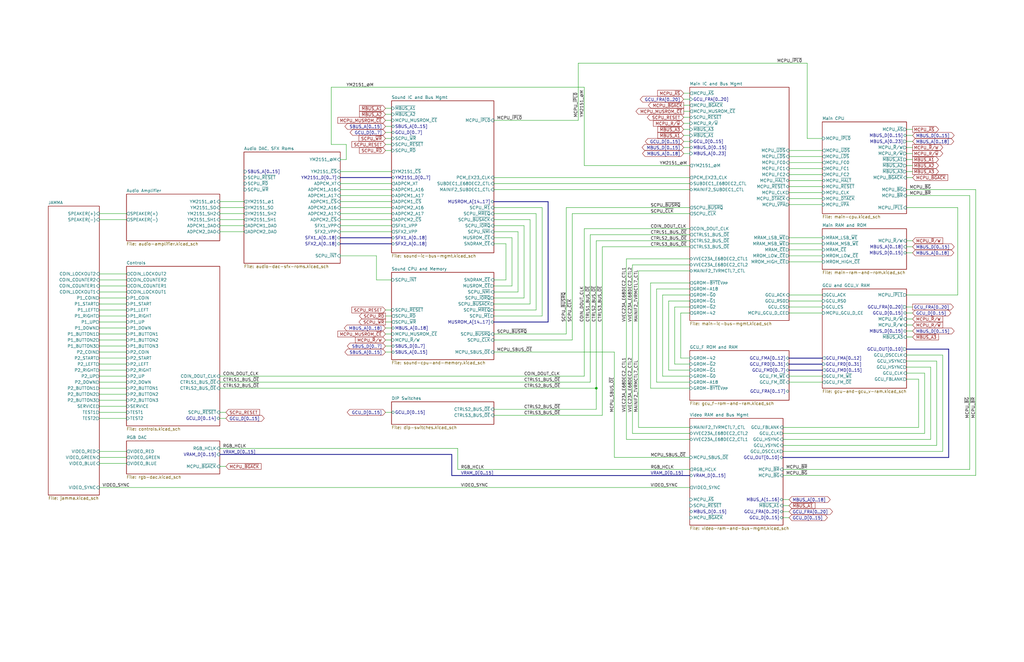
<source format=kicad_sch>
(kicad_sch
	(version 20231120)
	(generator "eeschema")
	(generator_version "8.0")
	(uuid "24d3b4cf-2360-45fc-8c40-cedc8afdf9e1")
	(paper "B")
	(title_block
		(title "RA9704, System Diagram")
		(date "2024-12-30")
		(rev "003")
		(company "Coin-Op Collection")
		(comment 1 "Author: Brandon Arnold")
		(comment 2 "License: CC BY-NC-SA 4.0")
	)
	(lib_symbols)
	(junction
		(at 251.46 163.83)
		(diameter 0)
		(color 0 0 0 0)
		(uuid "c9f0b2b1-c6e9-45a4-b2b6-e96b1c917bc9")
	)
	(wire
		(pts
			(xy 288.29 46.99) (xy 290.83 46.99)
		)
		(stroke
			(width 0)
			(type default)
		)
		(uuid "00a201b8-c5fe-4938-bccb-e754a9de85e8")
	)
	(wire
		(pts
			(xy 139.7 60.96) (xy 139.7 36.83)
		)
		(stroke
			(width 0)
			(type default)
		)
		(uuid "00ea2c8f-e77f-4103-8ba4-23312c1e3f16")
	)
	(wire
		(pts
			(xy 290.83 101.6) (xy 251.46 101.6)
		)
		(stroke
			(width 0)
			(type default)
		)
		(uuid "02da755a-52f2-4af3-9bbf-7e07243f64db")
	)
	(wire
		(pts
			(xy 41.91 148.59) (xy 53.34 148.59)
		)
		(stroke
			(width 0)
			(type default)
		)
		(uuid "03f5c38c-2cf5-4a1d-8c65-bdb4bf316cc1")
	)
	(bus
		(pts
			(xy 208.28 135.89) (xy 231.14 135.89)
		)
		(stroke
			(width 0)
			(type default)
		)
		(uuid "040e3cfe-cee5-49d4-a5be-731d46e99005")
	)
	(wire
		(pts
			(xy 41.91 118.11) (xy 53.34 118.11)
		)
		(stroke
			(width 0)
			(type default)
		)
		(uuid "0491156e-3c46-4bfb-96e7-12054f559c94")
	)
	(wire
		(pts
			(xy 290.83 109.22) (xy 264.16 109.22)
		)
		(stroke
			(width 0)
			(type default)
		)
		(uuid "04e31711-4532-46b6-80ff-8ed1b2158ef5")
	)
	(wire
		(pts
			(xy 41.91 140.97) (xy 53.34 140.97)
		)
		(stroke
			(width 0)
			(type default)
		)
		(uuid "058a51d8-d955-47ab-9a63-ba2296c996b1")
	)
	(wire
		(pts
			(xy 92.71 92.71) (xy 102.87 92.71)
		)
		(stroke
			(width 0)
			(type default)
		)
		(uuid "065fc776-ae1a-48c0-8973-676d7f77980c")
	)
	(wire
		(pts
			(xy 332.74 110.49) (xy 346.71 110.49)
		)
		(stroke
			(width 0)
			(type default)
		)
		(uuid "06e97904-0e4f-4f48-a8a7-4749e446bfe3")
	)
	(bus
		(pts
			(xy 231.14 135.89) (xy 231.14 85.09)
		)
		(stroke
			(width 0)
			(type default)
		)
		(uuid "0722d9e8-df68-482a-8f48-4be1094b2923")
	)
	(wire
		(pts
			(xy 384.81 137.16) (xy 382.27 137.16)
		)
		(stroke
			(width 0)
			(type default)
		)
		(uuid "07ca71f0-0167-4a56-970b-6bbcc9b28c32")
	)
	(bus
		(pts
			(xy 400.05 193.04) (xy 330.2 193.04)
		)
		(stroke
			(width 0)
			(type default)
		)
		(uuid "0ab5982e-2ff8-490c-b50a-d2f9c1a67880")
	)
	(wire
		(pts
			(xy 403.86 87.63) (xy 382.27 87.63)
		)
		(stroke
			(width 0)
			(type default)
		)
		(uuid "0bff0af9-40ee-4024-9136-3169f4efebc9")
	)
	(wire
		(pts
			(xy 259.08 148.59) (xy 259.08 193.04)
		)
		(stroke
			(width 0)
			(type default)
		)
		(uuid "0c87ce8d-3ab9-4e20-a990-bac12d8a3fb0")
	)
	(wire
		(pts
			(xy 95.25 176.53) (xy 92.71 176.53)
		)
		(stroke
			(width 0)
			(type default)
		)
		(uuid "0e8abe03-832f-4dab-ae05-094f5b6978f0")
	)
	(wire
		(pts
			(xy 92.71 161.29) (xy 248.92 161.29)
		)
		(stroke
			(width 0)
			(type default)
		)
		(uuid "0f780c2b-f10c-4625-952d-8c86600da34a")
	)
	(wire
		(pts
			(xy 384.81 74.93) (xy 382.27 74.93)
		)
		(stroke
			(width 0)
			(type default)
		)
		(uuid "1100cf1a-c8bf-45a9-bf44-0a9d15394de3")
	)
	(wire
		(pts
			(xy 384.81 72.39) (xy 382.27 72.39)
		)
		(stroke
			(width 0)
			(type default)
		)
		(uuid "1499cad5-da0f-4d6c-80b9-ff930d4cc532")
	)
	(wire
		(pts
			(xy 266.7 111.76) (xy 290.83 111.76)
		)
		(stroke
			(width 0)
			(type default)
		)
		(uuid "14b1fcfb-d75c-4cac-8a75-7a1d04adb230")
	)
	(wire
		(pts
			(xy 397.51 190.5) (xy 330.2 190.5)
		)
		(stroke
			(width 0)
			(type default)
		)
		(uuid "16e88407-7286-43af-8725-2da894c6a500")
	)
	(wire
		(pts
			(xy 288.29 64.77) (xy 290.83 64.77)
		)
		(stroke
			(width 0)
			(type default)
		)
		(uuid "17bc9bd0-ca5d-4088-9eb8-1e9cb567ff37")
	)
	(wire
		(pts
			(xy 218.44 97.79) (xy 208.28 97.79)
		)
		(stroke
			(width 0)
			(type default)
		)
		(uuid "18505a83-78ce-431c-83f7-5ce7f922d4a0")
	)
	(wire
		(pts
			(xy 290.83 129.54) (xy 284.48 129.54)
		)
		(stroke
			(width 0)
			(type default)
		)
		(uuid "1cb08a3d-70d8-4e0d-8418-2b17239383f4")
	)
	(bus
		(pts
			(xy 143.51 100.33) (xy 165.1 100.33)
		)
		(stroke
			(width 0)
			(type default)
		)
		(uuid "1e481775-387f-467b-8c48-b2dc810931aa")
	)
	(wire
		(pts
			(xy 95.25 173.99) (xy 92.71 173.99)
		)
		(stroke
			(width 0)
			(type default)
		)
		(uuid "21e2a253-886d-4dbf-adf8-4723ad92cb97")
	)
	(wire
		(pts
			(xy 162.56 60.96) (xy 165.1 60.96)
		)
		(stroke
			(width 0)
			(type default)
		)
		(uuid "2720dda4-36c0-4251-9077-d036d5731ac6")
	)
	(wire
		(pts
			(xy 382.27 124.46) (xy 403.86 124.46)
		)
		(stroke
			(width 0)
			(type default)
		)
		(uuid "27518773-a97a-4c58-9477-52ce325dd8fb")
	)
	(wire
		(pts
			(xy 246.38 96.52) (xy 290.83 96.52)
		)
		(stroke
			(width 0)
			(type default)
		)
		(uuid "27e9787f-452a-461c-a451-51fc32ad934e")
	)
	(wire
		(pts
			(xy 254 104.14) (xy 290.83 104.14)
		)
		(stroke
			(width 0)
			(type default)
		)
		(uuid "280ca6f0-c45e-4f73-9cd4-d255abc718ba")
	)
	(wire
		(pts
			(xy 332.74 210.82) (xy 330.2 210.82)
		)
		(stroke
			(width 0)
			(type default)
		)
		(uuid "28983f96-4f95-40c3-a044-f0724ca777c8")
	)
	(wire
		(pts
			(xy 162.56 50.8) (xy 165.1 50.8)
		)
		(stroke
			(width 0)
			(type default)
		)
		(uuid "28ca912a-9050-4675-a8e5-041a40c60333")
	)
	(wire
		(pts
			(xy 382.27 149.86) (xy 397.51 149.86)
		)
		(stroke
			(width 0)
			(type default)
		)
		(uuid "28e29971-46c6-4e9f-924d-ec8282f5740a")
	)
	(wire
		(pts
			(xy 41.91 166.37) (xy 53.34 166.37)
		)
		(stroke
			(width 0)
			(type default)
		)
		(uuid "28ef10b7-3ee0-477e-9da8-c36bc4ad6f62")
	)
	(wire
		(pts
			(xy 332.74 78.74) (xy 346.71 78.74)
		)
		(stroke
			(width 0)
			(type default)
		)
		(uuid "2a2d9c8d-0949-4f82-b038-9ae2ac48f36e")
	)
	(wire
		(pts
			(xy 387.35 160.02) (xy 387.35 180.34)
		)
		(stroke
			(width 0)
			(type default)
		)
		(uuid "2b7be49d-7d50-42a1-b716-a4d7f442a244")
	)
	(wire
		(pts
			(xy 208.28 118.11) (xy 213.36 118.11)
		)
		(stroke
			(width 0)
			(type default)
		)
		(uuid "2dbcf009-96fe-4ba0-9b37-92e39a868420")
	)
	(wire
		(pts
			(xy 279.4 158.75) (xy 279.4 124.46)
		)
		(stroke
			(width 0)
			(type default)
		)
		(uuid "2e33cd19-3afd-44f6-92c5-fa89ecae5591")
	)
	(wire
		(pts
			(xy 394.97 187.96) (xy 394.97 152.4)
		)
		(stroke
			(width 0)
			(type default)
		)
		(uuid "2eb3794e-a5dd-46bf-be94-bb750142a14f")
	)
	(wire
		(pts
			(xy 193.04 198.12) (xy 193.04 189.23)
		)
		(stroke
			(width 0)
			(type default)
		)
		(uuid "2efbb9ad-cb12-4dc5-880c-2d792c981851")
	)
	(wire
		(pts
			(xy 208.28 95.25) (xy 220.98 95.25)
		)
		(stroke
			(width 0)
			(type default)
		)
		(uuid "2f53dbc8-4e1b-4535-89ba-247bb008ad34")
	)
	(wire
		(pts
			(xy 143.51 77.47) (xy 165.1 77.47)
		)
		(stroke
			(width 0)
			(type default)
		)
		(uuid "2f888b74-04c6-457e-95fe-ae1ac160d4af")
	)
	(wire
		(pts
			(xy 193.04 189.23) (xy 92.71 189.23)
		)
		(stroke
			(width 0)
			(type default)
		)
		(uuid "3018cd28-b96c-4c6f-8fa0-6ff391886df2")
	)
	(wire
		(pts
			(xy 226.06 90.17) (xy 208.28 90.17)
		)
		(stroke
			(width 0)
			(type default)
		)
		(uuid "30612a76-51c5-48af-a1fa-f84d5e7e786e")
	)
	(wire
		(pts
			(xy 384.81 62.23) (xy 382.27 62.23)
		)
		(stroke
			(width 0)
			(type default)
		)
		(uuid "311ed671-98d0-4a07-80e8-0410291b52b7")
	)
	(bus
		(pts
			(xy 143.51 102.87) (xy 165.1 102.87)
		)
		(stroke
			(width 0)
			(type default)
		)
		(uuid "31421087-d0a3-444b-8120-e9ddb1ccceeb")
	)
	(wire
		(pts
			(xy 384.81 69.85) (xy 382.27 69.85)
		)
		(stroke
			(width 0)
			(type default)
		)
		(uuid "31a55ec8-9162-4852-a947-aec5f99d693d")
	)
	(wire
		(pts
			(xy 92.71 90.17) (xy 102.87 90.17)
		)
		(stroke
			(width 0)
			(type default)
		)
		(uuid "32e25aeb-0569-4076-a20a-929dcca65a54")
	)
	(wire
		(pts
			(xy 397.51 149.86) (xy 397.51 190.5)
		)
		(stroke
			(width 0)
			(type default)
		)
		(uuid "385daead-e330-4a4e-b764-2b8da7036f30")
	)
	(wire
		(pts
			(xy 290.83 121.92) (xy 276.86 121.92)
		)
		(stroke
			(width 0)
			(type default)
		)
		(uuid "3878d0c8-ffb4-420f-a0c7-1e98ad92af73")
	)
	(wire
		(pts
			(xy 384.81 59.69) (xy 382.27 59.69)
		)
		(stroke
			(width 0)
			(type default)
		)
		(uuid "3ad16036-bb54-4c9d-9e8c-2b222c399006")
	)
	(wire
		(pts
			(xy 287.02 132.08) (xy 290.83 132.08)
		)
		(stroke
			(width 0)
			(type default)
		)
		(uuid "3b8cd6a0-510c-48de-ba62-1653e17aa06c")
	)
	(wire
		(pts
			(xy 281.94 156.21) (xy 290.83 156.21)
		)
		(stroke
			(width 0)
			(type default)
		)
		(uuid "3c56bae2-351c-4eb2-8d99-f774bf4daa5e")
	)
	(wire
		(pts
			(xy 332.74 83.82) (xy 346.71 83.82)
		)
		(stroke
			(width 0)
			(type default)
		)
		(uuid "3cefd315-5f17-4009-a46f-44a8c66f23ec")
	)
	(wire
		(pts
			(xy 41.91 151.13) (xy 53.34 151.13)
		)
		(stroke
			(width 0)
			(type default)
		)
		(uuid "3fdf3e60-c279-4013-97b6-bdfaae7679b8")
	)
	(wire
		(pts
			(xy 208.28 80.01) (xy 290.83 80.01)
		)
		(stroke
			(width 0)
			(type default)
		)
		(uuid "4164ce31-e2dc-4258-8a29-d5daf82cd6ae")
	)
	(wire
		(pts
			(xy 158.75 107.95) (xy 143.51 107.95)
		)
		(stroke
			(width 0)
			(type default)
		)
		(uuid "41f7a587-2160-4099-a447-abec8095b9e1")
	)
	(wire
		(pts
			(xy 165.1 118.11) (xy 158.75 118.11)
		)
		(stroke
			(width 0)
			(type default)
		)
		(uuid "42cd9795-cadb-4260-8778-97bf74679413")
	)
	(wire
		(pts
			(xy 259.08 193.04) (xy 290.83 193.04)
		)
		(stroke
			(width 0)
			(type default)
		)
		(uuid "42d285e1-3767-42c0-81cf-5815a51207b5")
	)
	(wire
		(pts
			(xy 41.91 193.04) (xy 53.34 193.04)
		)
		(stroke
			(width 0)
			(type default)
		)
		(uuid "4345f027-c479-4b8c-ad69-293d62b6333f")
	)
	(wire
		(pts
			(xy 162.56 45.72) (xy 165.1 45.72)
		)
		(stroke
			(width 0)
			(type default)
		)
		(uuid "4360fcb8-3fbb-4d85-ab26-e3e0642f1215")
	)
	(wire
		(pts
			(xy 384.81 67.31) (xy 382.27 67.31)
		)
		(stroke
			(width 0)
			(type default)
		)
		(uuid "43e96615-a9fb-4eba-8b09-1234304bb43c")
	)
	(wire
		(pts
			(xy 162.56 148.59) (xy 165.1 148.59)
		)
		(stroke
			(width 0)
			(type default)
		)
		(uuid "44250cf9-0269-4071-9f76-0c058097fbe9")
	)
	(wire
		(pts
			(xy 208.28 148.59) (xy 259.08 148.59)
		)
		(stroke
			(width 0)
			(type default)
		)
		(uuid "46de1e4c-a5b9-4fc7-8139-1ae59d71a125")
	)
	(wire
		(pts
			(xy 41.91 163.83) (xy 53.34 163.83)
		)
		(stroke
			(width 0)
			(type default)
		)
		(uuid "4737a59c-555b-4626-8603-80419546bd30")
	)
	(wire
		(pts
			(xy 332.74 218.44) (xy 330.2 218.44)
		)
		(stroke
			(width 0)
			(type default)
		)
		(uuid "4782e110-ef2c-4a19-bc2a-9fcfe88a0ecc")
	)
	(wire
		(pts
			(xy 392.43 154.94) (xy 392.43 185.42)
		)
		(stroke
			(width 0)
			(type default)
		)
		(uuid "478f5ae5-a7db-4de6-85db-2f5eed040af9")
	)
	(wire
		(pts
			(xy 41.91 195.58) (xy 53.34 195.58)
		)
		(stroke
			(width 0)
			(type default)
		)
		(uuid "47a57665-5bdb-449d-89d8-69316e7e8277")
	)
	(wire
		(pts
			(xy 288.29 49.53) (xy 290.83 49.53)
		)
		(stroke
			(width 0)
			(type default)
		)
		(uuid "47e9d4a8-df45-400c-af82-0e7c3efd6204")
	)
	(wire
		(pts
			(xy 384.81 142.24) (xy 382.27 142.24)
		)
		(stroke
			(width 0)
			(type default)
		)
		(uuid "481eea3c-0c46-49c2-bbd7-48afcdd293ea")
	)
	(wire
		(pts
			(xy 288.29 44.45) (xy 290.83 44.45)
		)
		(stroke
			(width 0)
			(type default)
		)
		(uuid "49d1679b-3063-4616-8ee2-824ef5039936")
	)
	(wire
		(pts
			(xy 284.48 153.67) (xy 290.83 153.67)
		)
		(stroke
			(width 0)
			(type default)
		)
		(uuid "49fae633-a894-4484-9605-d999bbbc627a")
	)
	(wire
		(pts
			(xy 208.28 143.51) (xy 241.3 143.51)
		)
		(stroke
			(width 0)
			(type default)
		)
		(uuid "4b0a59bc-0c31-44f4-b4d9-734cfea48bca")
	)
	(wire
		(pts
			(xy 162.56 63.5) (xy 165.1 63.5)
		)
		(stroke
			(width 0)
			(type default)
		)
		(uuid "4b48eda4-486e-4fd3-a3f6-c4e48db38854")
	)
	(wire
		(pts
			(xy 41.91 171.45) (xy 53.34 171.45)
		)
		(stroke
			(width 0)
			(type default)
		)
		(uuid "4cb63edf-473f-450d-870c-56dff8f55800")
	)
	(wire
		(pts
			(xy 264.16 109.22) (xy 264.16 185.42)
		)
		(stroke
			(width 0)
			(type default)
		)
		(uuid "4d502395-2cfc-421e-bd2a-d5b96f2669a2")
	)
	(wire
		(pts
			(xy 384.81 64.77) (xy 382.27 64.77)
		)
		(stroke
			(width 0)
			(type default)
		)
		(uuid "510b32fe-bede-4afd-be32-639d68c059f3")
	)
	(wire
		(pts
			(xy 41.91 128.27) (xy 53.34 128.27)
		)
		(stroke
			(width 0)
			(type default)
		)
		(uuid "51b0d374-d1e1-4f80-bc5e-c280d4845350")
	)
	(wire
		(pts
			(xy 290.83 114.3) (xy 269.24 114.3)
		)
		(stroke
			(width 0)
			(type default)
		)
		(uuid "538c9216-5aa2-4cdf-9a9b-1e5df62b26da")
	)
	(wire
		(pts
			(xy 389.89 182.88) (xy 389.89 157.48)
		)
		(stroke
			(width 0)
			(type default)
		)
		(uuid "53fc51e7-0f57-42b4-ac44-cfe223351bf2")
	)
	(wire
		(pts
			(xy 384.81 129.54) (xy 382.27 129.54)
		)
		(stroke
			(width 0)
			(type default)
		)
		(uuid "5578ac39-09df-4a65-8eb7-a26772802cc2")
	)
	(wire
		(pts
			(xy 332.74 161.29) (xy 346.71 161.29)
		)
		(stroke
			(width 0)
			(type default)
		)
		(uuid "57bfab9a-a60d-4f7f-ab69-97a6962fd2d8")
	)
	(bus
		(pts
			(xy 400.05 147.32) (xy 400.05 193.04)
		)
		(stroke
			(width 0)
			(type default)
		)
		(uuid "58da8c32-8671-4fa8-8744-1c3a2e4d2136")
	)
	(wire
		(pts
			(xy 269.24 114.3) (xy 269.24 180.34)
		)
		(stroke
			(width 0)
			(type default)
		)
		(uuid "58f478ef-139c-4ff4-9d20-665c48f139f4")
	)
	(wire
		(pts
			(xy 241.3 143.51) (xy 241.3 90.17)
		)
		(stroke
			(width 0)
			(type default)
		)
		(uuid "5ae143ba-ddab-4ffb-b6bf-dee673d28d37")
	)
	(wire
		(pts
			(xy 92.71 163.83) (xy 251.46 163.83)
		)
		(stroke
			(width 0)
			(type default)
		)
		(uuid "5b77e029-608d-452f-9837-155386e7e0cf")
	)
	(wire
		(pts
			(xy 223.52 128.27) (xy 223.52 92.71)
		)
		(stroke
			(width 0)
			(type default)
		)
		(uuid "5d1efa56-65ef-41e1-9592-7b1ab386480c")
	)
	(wire
		(pts
			(xy 382.27 154.94) (xy 392.43 154.94)
		)
		(stroke
			(width 0)
			(type default)
		)
		(uuid "5e32312a-657b-4443-b85d-1e4a538992cb")
	)
	(wire
		(pts
			(xy 290.83 163.83) (xy 274.32 163.83)
		)
		(stroke
			(width 0)
			(type default)
		)
		(uuid "5e51e6e2-4394-4718-8ce6-535eb9334494")
	)
	(wire
		(pts
			(xy 332.74 81.28) (xy 346.71 81.28)
		)
		(stroke
			(width 0)
			(type default)
		)
		(uuid "6016ea28-8e79-457d-a2f5-89f44cddfb9d")
	)
	(wire
		(pts
			(xy 92.71 95.25) (xy 102.87 95.25)
		)
		(stroke
			(width 0)
			(type default)
		)
		(uuid "606449e1-d136-406f-9c22-d69ddf0f302f")
	)
	(wire
		(pts
			(xy 287.02 151.13) (xy 287.02 132.08)
		)
		(stroke
			(width 0)
			(type default)
		)
		(uuid "6281702a-c827-4630-9af9-5984db30b08c")
	)
	(wire
		(pts
			(xy 384.81 139.7) (xy 382.27 139.7)
		)
		(stroke
			(width 0)
			(type default)
		)
		(uuid "630e8ae3-3034-4fb3-8e4c-dce3d7336259")
	)
	(wire
		(pts
			(xy 143.51 67.31) (xy 146.05 67.31)
		)
		(stroke
			(width 0)
			(type default)
		)
		(uuid "633895e7-31f1-4ab6-8eea-a435ff2234bd")
	)
	(bus
		(pts
			(xy 332.74 153.67) (xy 346.71 153.67)
		)
		(stroke
			(width 0)
			(type default)
		)
		(uuid "64743a01-37ab-4ff4-9026-f40b2180c8ba")
	)
	(wire
		(pts
			(xy 41.91 135.89) (xy 53.34 135.89)
		)
		(stroke
			(width 0)
			(type default)
		)
		(uuid "64a6e7f0-850a-4a63-81b5-487ca0ac0a01")
	)
	(wire
		(pts
			(xy 92.71 87.63) (xy 102.87 87.63)
		)
		(stroke
			(width 0)
			(type default)
		)
		(uuid "66f5771a-e7ab-4170-bede-ca2d37a781fb")
	)
	(wire
		(pts
			(xy 288.29 57.15) (xy 290.83 57.15)
		)
		(stroke
			(width 0)
			(type default)
		)
		(uuid "671f7b98-340c-4f27-ab38-eafcf5379d1d")
	)
	(wire
		(pts
			(xy 330.2 185.42) (xy 392.43 185.42)
		)
		(stroke
			(width 0)
			(type default)
		)
		(uuid "684aacf4-ac9b-483a-b2e7-517019d26262")
	)
	(wire
		(pts
			(xy 238.76 87.63) (xy 290.83 87.63)
		)
		(stroke
			(width 0)
			(type default)
		)
		(uuid "68f1afec-b873-4342-849f-0430e1df405d")
	)
	(bus
		(pts
			(xy 332.74 156.21) (xy 346.71 156.21)
		)
		(stroke
			(width 0)
			(type default)
		)
		(uuid "690cc3ce-5d4d-40b1-b968-1a0c568755aa")
	)
	(wire
		(pts
			(xy 162.56 48.26) (xy 165.1 48.26)
		)
		(stroke
			(width 0)
			(type default)
		)
		(uuid "6a0af2ba-9d00-4383-9c65-e2e492c5b5bd")
	)
	(wire
		(pts
			(xy 41.91 156.21) (xy 53.34 156.21)
		)
		(stroke
			(width 0)
			(type default)
		)
		(uuid "6aa89279-a46a-4914-84ee-13cd190b46ff")
	)
	(wire
		(pts
			(xy 208.28 175.26) (xy 254 175.26)
		)
		(stroke
			(width 0)
			(type default)
		)
		(uuid "6d312d03-4ee1-42a0-a426-d51fcc87b646")
	)
	(wire
		(pts
			(xy 269.24 180.34) (xy 290.83 180.34)
		)
		(stroke
			(width 0)
			(type default)
		)
		(uuid "6d573ee1-6c1d-480f-a2ef-adef15a4a480")
	)
	(wire
		(pts
			(xy 251.46 172.72) (xy 251.46 163.83)
		)
		(stroke
			(width 0)
			(type default)
		)
		(uuid "6dc40129-2027-4df0-8aa6-375c483cee26")
	)
	(wire
		(pts
			(xy 41.91 158.75) (xy 53.34 158.75)
		)
		(stroke
			(width 0)
			(type default)
		)
		(uuid "6e95796e-28ff-41ec-9458-86ad3fbf98f8")
	)
	(wire
		(pts
			(xy 330.2 200.66) (xy 411.48 200.66)
		)
		(stroke
			(width 0)
			(type default)
		)
		(uuid "6fde0eee-306b-45b9-a117-ec0fe6fd23bd")
	)
	(wire
		(pts
			(xy 143.51 72.39) (xy 165.1 72.39)
		)
		(stroke
			(width 0)
			(type default)
		)
		(uuid "70e78419-33b6-48d9-97df-55d33db1e550")
	)
	(wire
		(pts
			(xy 403.86 124.46) (xy 403.86 87.63)
		)
		(stroke
			(width 0)
			(type default)
		)
		(uuid "729a642d-9bf4-4d0f-a70b-1055f6cd9233")
	)
	(wire
		(pts
			(xy 288.29 41.91) (xy 290.83 41.91)
		)
		(stroke
			(width 0)
			(type default)
		)
		(uuid "735d49e6-8d8b-4b5d-80dc-ab6b421f2b65")
	)
	(wire
		(pts
			(xy 41.91 143.51) (xy 53.34 143.51)
		)
		(stroke
			(width 0)
			(type default)
		)
		(uuid "73f31332-62b1-441b-835e-254e1103efbf")
	)
	(wire
		(pts
			(xy 382.27 160.02) (xy 387.35 160.02)
		)
		(stroke
			(width 0)
			(type default)
		)
		(uuid "75a84c49-f975-4f50-af1f-45be459cf3f4")
	)
	(wire
		(pts
			(xy 243.84 50.8) (xy 243.84 26.67)
		)
		(stroke
			(width 0)
			(type default)
		)
		(uuid "7672a01a-cdfe-4080-97ec-2da8e2f59456")
	)
	(wire
		(pts
			(xy 208.28 123.19) (xy 218.44 123.19)
		)
		(stroke
			(width 0)
			(type default)
		)
		(uuid "77602b39-15a5-404f-bb02-dfe7a998a942")
	)
	(wire
		(pts
			(xy 208.28 128.27) (xy 223.52 128.27)
		)
		(stroke
			(width 0)
			(type default)
		)
		(uuid "77f7cba9-2b42-40c9-a22e-66205f1a60d5")
	)
	(wire
		(pts
			(xy 264.16 185.42) (xy 290.83 185.42)
		)
		(stroke
			(width 0)
			(type default)
		)
		(uuid "799d1293-db94-4c84-870d-f839503986fd")
	)
	(wire
		(pts
			(xy 41.91 90.17) (xy 53.34 90.17)
		)
		(stroke
			(width 0)
			(type default)
		)
		(uuid "79b0b30b-8878-40a7-a618-2c6a81882a92")
	)
	(wire
		(pts
			(xy 340.36 58.42) (xy 346.71 58.42)
		)
		(stroke
			(width 0)
			(type default)
		)
		(uuid "7a8a2702-1b23-42d1-b23d-8a1033f36e95")
	)
	(wire
		(pts
			(xy 143.51 85.09) (xy 165.1 85.09)
		)
		(stroke
			(width 0)
			(type default)
		)
		(uuid "7adb002a-1a31-4072-9f45-65111a125f1f")
	)
	(wire
		(pts
			(xy 384.81 132.08) (xy 382.27 132.08)
		)
		(stroke
			(width 0)
			(type default)
		)
		(uuid "7ade0551-aa25-4fd8-a327-2a1c64ddc174")
	)
	(wire
		(pts
			(xy 384.81 101.6) (xy 382.27 101.6)
		)
		(stroke
			(width 0)
			(type default)
		)
		(uuid "7ae2100e-e0b5-464b-b023-ee5a69af94cf")
	)
	(wire
		(pts
			(xy 162.56 143.51) (xy 165.1 143.51)
		)
		(stroke
			(width 0)
			(type default)
		)
		(uuid "7d1e9d29-5c84-4417-8d26-fd355b260ee4")
	)
	(wire
		(pts
			(xy 162.56 146.05) (xy 165.1 146.05)
		)
		(stroke
			(width 0)
			(type default)
		)
		(uuid "7e46c1e6-ecd7-468a-b092-5a94f30cb225")
	)
	(wire
		(pts
			(xy 332.74 127) (xy 346.71 127)
		)
		(stroke
			(width 0)
			(type default)
		)
		(uuid "7e691e25-f297-45db-9f01-6bc9fa82570b")
	)
	(wire
		(pts
			(xy 162.56 53.34) (xy 165.1 53.34)
		)
		(stroke
			(width 0)
			(type default)
		)
		(uuid "80fdb02b-bfc7-4e83-96dd-2ddca2f0a362")
	)
	(wire
		(pts
			(xy 290.83 158.75) (xy 279.4 158.75)
		)
		(stroke
			(width 0)
			(type default)
		)
		(uuid "8197316a-6010-4537-9eaa-7a4da4566c26")
	)
	(wire
		(pts
			(xy 332.74 68.58) (xy 346.71 68.58)
		)
		(stroke
			(width 0)
			(type default)
		)
		(uuid "8250cd76-795c-4943-9be6-06290c2ea539")
	)
	(wire
		(pts
			(xy 193.04 198.12) (xy 290.83 198.12)
		)
		(stroke
			(width 0)
			(type default)
		)
		(uuid "82bb3784-8d8a-44d7-a1fd-b09146d732af")
	)
	(wire
		(pts
			(xy 143.51 95.25) (xy 165.1 95.25)
		)
		(stroke
			(width 0)
			(type default)
		)
		(uuid "8348f94a-6d44-40f3-b693-45c5cdf35fc3")
	)
	(wire
		(pts
			(xy 281.94 127) (xy 281.94 156.21)
		)
		(stroke
			(width 0)
			(type default)
		)
		(uuid "838887f4-0455-48b9-bfe7-ecfd9fcef904")
	)
	(wire
		(pts
			(xy 215.9 100.33) (xy 208.28 100.33)
		)
		(stroke
			(width 0)
			(type default)
		)
		(uuid "854132f8-1e73-40ef-8a7a-fd8f7dd503e7")
	)
	(wire
		(pts
			(xy 41.91 123.19) (xy 53.34 123.19)
		)
		(stroke
			(width 0)
			(type default)
		)
		(uuid "85dbfa7d-5012-4fbd-aca9-9db3c0487d40")
	)
	(wire
		(pts
			(xy 41.91 120.65) (xy 53.34 120.65)
		)
		(stroke
			(width 0)
			(type default)
		)
		(uuid "86b2fcfb-448e-43f7-80ad-75335eec74e3")
	)
	(wire
		(pts
			(xy 288.29 54.61) (xy 290.83 54.61)
		)
		(stroke
			(width 0)
			(type default)
		)
		(uuid "89600a82-b59a-48df-9779-222e1e172c90")
	)
	(wire
		(pts
			(xy 330.2 198.12) (xy 408.94 198.12)
		)
		(stroke
			(width 0)
			(type default)
		)
		(uuid "8978fda1-0202-460b-9afc-e221270cdcbe")
	)
	(wire
		(pts
			(xy 41.91 138.43) (xy 53.34 138.43)
		)
		(stroke
			(width 0)
			(type default)
		)
		(uuid "8cba8024-7485-435d-bf04-734246c057ee")
	)
	(bus
		(pts
			(xy 332.74 151.13) (xy 346.71 151.13)
		)
		(stroke
			(width 0)
			(type default)
		)
		(uuid "8dec93c4-4635-43e0-b82c-cbd5c59c19de")
	)
	(wire
		(pts
			(xy 208.28 77.47) (xy 290.83 77.47)
		)
		(stroke
			(width 0)
			(type default)
		)
		(uuid "90cf83bc-b546-4995-8ad3-3f41206fd33a")
	)
	(wire
		(pts
			(xy 276.86 121.92) (xy 276.86 161.29)
		)
		(stroke
			(width 0)
			(type default)
		)
		(uuid "9306d71a-ae95-454c-bb13-748665fad01f")
	)
	(wire
		(pts
			(xy 208.28 172.72) (xy 251.46 172.72)
		)
		(stroke
			(width 0)
			(type default)
		)
		(uuid "9306e562-d60e-4b21-a3f8-c5b52eff10b2")
	)
	(wire
		(pts
			(xy 143.51 80.01) (xy 165.1 80.01)
		)
		(stroke
			(width 0)
			(type default)
		)
		(uuid "933afdae-4e44-419a-ad31-a34cf293f15d")
	)
	(wire
		(pts
			(xy 215.9 120.65) (xy 215.9 100.33)
		)
		(stroke
			(width 0)
			(type default)
		)
		(uuid "96b9888e-0b6f-4c8a-8294-6a073dc4db7d")
	)
	(wire
		(pts
			(xy 162.56 140.97) (xy 165.1 140.97)
		)
		(stroke
			(width 0)
			(type default)
		)
		(uuid "97786c11-9056-44fe-8230-7bb7bac3efff")
	)
	(wire
		(pts
			(xy 411.48 200.66) (xy 411.48 80.01)
		)
		(stroke
			(width 0)
			(type default)
		)
		(uuid "9823e5fe-a238-4acf-adb8-61dd90d1dc30")
	)
	(wire
		(pts
			(xy 408.94 82.55) (xy 382.27 82.55)
		)
		(stroke
			(width 0)
			(type default)
		)
		(uuid "98d76cf7-5ce3-49c0-b60b-b539c4bfac54")
	)
	(wire
		(pts
			(xy 41.91 92.71) (xy 53.34 92.71)
		)
		(stroke
			(width 0)
			(type default)
		)
		(uuid "9a7118bc-7265-4e04-9445-8574927397c5")
	)
	(wire
		(pts
			(xy 332.74 63.5) (xy 346.71 63.5)
		)
		(stroke
			(width 0)
			(type default)
		)
		(uuid "9a95cf14-3a74-436e-b3de-dcdd6a969918")
	)
	(wire
		(pts
			(xy 288.29 39.37) (xy 290.83 39.37)
		)
		(stroke
			(width 0)
			(type default)
		)
		(uuid "9aa44fb3-1712-49b7-9efb-3836fa608fa5")
	)
	(wire
		(pts
			(xy 387.35 180.34) (xy 330.2 180.34)
		)
		(stroke
			(width 0)
			(type default)
		)
		(uuid "9b84c0aa-66af-48f3-95e7-19e39af8f781")
	)
	(wire
		(pts
			(xy 290.83 127) (xy 281.94 127)
		)
		(stroke
			(width 0)
			(type default)
		)
		(uuid "9c51c86f-dbda-4f4d-9c7e-3d8051d2bbca")
	)
	(wire
		(pts
			(xy 208.28 140.97) (xy 238.76 140.97)
		)
		(stroke
			(width 0)
			(type default)
		)
		(uuid "9c9eafb6-2694-4292-9c84-17ee1833379a")
	)
	(wire
		(pts
			(xy 162.56 135.89) (xy 165.1 135.89)
		)
		(stroke
			(width 0)
			(type default)
		)
		(uuid "9e64a3ee-aa56-42f6-9f08-ced10513f019")
	)
	(wire
		(pts
			(xy 332.74 86.36) (xy 346.71 86.36)
		)
		(stroke
			(width 0)
			(type default)
		)
		(uuid "9e98b456-408f-4fb9-9da2-cad17292690d")
	)
	(wire
		(pts
			(xy 384.81 134.62) (xy 382.27 134.62)
		)
		(stroke
			(width 0)
			(type default)
		)
		(uuid "9ea0382b-046e-41c4-8945-017bcc7a5e87")
	)
	(wire
		(pts
			(xy 411.48 80.01) (xy 382.27 80.01)
		)
		(stroke
			(width 0)
			(type default)
		)
		(uuid "9eb4c110-0b74-4fda-a5a7-a6a040569587")
	)
	(wire
		(pts
			(xy 288.29 52.07) (xy 290.83 52.07)
		)
		(stroke
			(width 0)
			(type default)
		)
		(uuid "9f808362-03e3-448c-95bc-09f2a7398f33")
	)
	(wire
		(pts
			(xy 276.86 161.29) (xy 290.83 161.29)
		)
		(stroke
			(width 0)
			(type default)
		)
		(uuid "9fb554b4-0071-4197-8102-cd844adbe0b7")
	)
	(wire
		(pts
			(xy 228.6 133.35) (xy 208.28 133.35)
		)
		(stroke
			(width 0)
			(type default)
		)
		(uuid "a21f3ea9-6974-40a1-bddb-e7fa427d1f0b")
	)
	(wire
		(pts
			(xy 384.81 54.61) (xy 382.27 54.61)
		)
		(stroke
			(width 0)
			(type default)
		)
		(uuid "a51231ae-b44b-4e20-9c90-116daab742e6")
	)
	(wire
		(pts
			(xy 246.38 36.83) (xy 246.38 69.85)
		)
		(stroke
			(width 0)
			(type default)
		)
		(uuid "a613c0fc-b8cb-4232-a9b0-7524c3df61ca")
	)
	(wire
		(pts
			(xy 41.91 146.05) (xy 53.34 146.05)
		)
		(stroke
			(width 0)
			(type default)
		)
		(uuid "a7f55750-a5de-4ccc-a7b6-c2ce3e909954")
	)
	(wire
		(pts
			(xy 95.25 196.85) (xy 92.71 196.85)
		)
		(stroke
			(width 0)
			(type default)
		)
		(uuid "a873c37e-cd77-42ed-a82e-96b885d7d57e")
	)
	(wire
		(pts
			(xy 41.91 125.73) (xy 53.34 125.73)
		)
		(stroke
			(width 0)
			(type default)
		)
		(uuid "a8f25c70-27f7-4f0f-b5a5-c758b1d712e9")
	)
	(wire
		(pts
			(xy 41.91 176.53) (xy 53.34 176.53)
		)
		(stroke
			(width 0)
			(type default)
		)
		(uuid "a9d7d692-da0b-4294-8692-9778a49c34e7")
	)
	(bus
		(pts
			(xy 143.51 74.93) (xy 165.1 74.93)
		)
		(stroke
			(width 0)
			(type default)
		)
		(uuid "a9f94c7f-f13a-4d20-afbf-70c808c964b1")
	)
	(wire
		(pts
			(xy 330.2 187.96) (xy 394.97 187.96)
		)
		(stroke
			(width 0)
			(type default)
		)
		(uuid "aab4e2d2-0759-42cd-aab4-5e35f62f2bdc")
	)
	(wire
		(pts
			(xy 143.51 90.17) (xy 165.1 90.17)
		)
		(stroke
			(width 0)
			(type default)
		)
		(uuid "ab6d3b29-a365-49f1-9c6b-e506ea143b2e")
	)
	(wire
		(pts
			(xy 41.91 130.81) (xy 53.34 130.81)
		)
		(stroke
			(width 0)
			(type default)
		)
		(uuid "abd19130-9885-44e0-a67d-30dcb0bd1d66")
	)
	(bus
		(pts
			(xy 190.5 191.77) (xy 190.5 200.66)
		)
		(stroke
			(width 0)
			(type default)
		)
		(uuid "ac589a2f-bad1-4b11-8e54-168a1622e792")
	)
	(wire
		(pts
			(xy 41.91 115.57) (xy 53.34 115.57)
		)
		(stroke
			(width 0)
			(type default)
		)
		(uuid "ace77723-3567-485a-922b-16c89ae44808")
	)
	(wire
		(pts
			(xy 213.36 118.11) (xy 213.36 102.87)
		)
		(stroke
			(width 0)
			(type default)
		)
		(uuid "acf8caaa-cc14-4044-be3b-79e2aaa9b27a")
	)
	(wire
		(pts
			(xy 41.91 205.74) (xy 290.83 205.74)
		)
		(stroke
			(width 0)
			(type default)
		)
		(uuid "af2ad199-cd03-4df5-9b42-00520fb1bdbb")
	)
	(wire
		(pts
			(xy 254 175.26) (xy 254 104.14)
		)
		(stroke
			(width 0)
			(type default)
		)
		(uuid "b041934a-e5cc-4771-b4a9-50a4d66119bd")
	)
	(bus
		(pts
			(xy 190.5 200.66) (xy 290.83 200.66)
		)
		(stroke
			(width 0)
			(type default)
		)
		(uuid "b306374b-7bc3-4c25-9867-83bd44901488")
	)
	(wire
		(pts
			(xy 218.44 123.19) (xy 218.44 97.79)
		)
		(stroke
			(width 0)
			(type default)
		)
		(uuid "b436dd84-a35f-4d1a-90cb-9f3cbac0e1b2")
	)
	(wire
		(pts
			(xy 139.7 36.83) (xy 246.38 36.83)
		)
		(stroke
			(width 0)
			(type default)
		)
		(uuid "b60ebf7b-5df6-4645-9cce-50df2a25a432")
	)
	(wire
		(pts
			(xy 389.89 157.48) (xy 382.27 157.48)
		)
		(stroke
			(width 0)
			(type default)
		)
		(uuid "b67f013f-0d82-4925-b3d6-836bfcfb7e21")
	)
	(wire
		(pts
			(xy 332.74 100.33) (xy 346.71 100.33)
		)
		(stroke
			(width 0)
			(type default)
		)
		(uuid "b69849ab-6c36-43e9-9372-7f1be452184b")
	)
	(wire
		(pts
			(xy 223.52 92.71) (xy 208.28 92.71)
		)
		(stroke
			(width 0)
			(type default)
		)
		(uuid "b94ede9a-234c-48cb-86da-1b297dd87a45")
	)
	(wire
		(pts
			(xy 143.51 92.71) (xy 165.1 92.71)
		)
		(stroke
			(width 0)
			(type default)
		)
		(uuid "ba90286b-a65c-458f-bb28-208028cf2e2a")
	)
	(wire
		(pts
			(xy 143.51 87.63) (xy 165.1 87.63)
		)
		(stroke
			(width 0)
			(type default)
		)
		(uuid "bad18bc5-9abb-460d-bf54-7a6bce87ecf7")
	)
	(wire
		(pts
			(xy 332.74 158.75) (xy 346.71 158.75)
		)
		(stroke
			(width 0)
			(type default)
		)
		(uuid "bb1dc393-ca37-4a3e-a454-bbd0b3fdc1ba")
	)
	(wire
		(pts
			(xy 208.28 130.81) (xy 226.06 130.81)
		)
		(stroke
			(width 0)
			(type default)
		)
		(uuid "bbb0ead4-ebbd-47eb-94f8-96a9dee3cb79")
	)
	(wire
		(pts
			(xy 284.48 129.54) (xy 284.48 153.67)
		)
		(stroke
			(width 0)
			(type default)
		)
		(uuid "bcd4ad28-5343-49c6-9190-fa91e53b9c8a")
	)
	(wire
		(pts
			(xy 228.6 87.63) (xy 228.6 133.35)
		)
		(stroke
			(width 0)
			(type default)
		)
		(uuid "bd106a13-1c89-4f33-a383-4ef36a76eb60")
	)
	(wire
		(pts
			(xy 162.56 138.43) (xy 165.1 138.43)
		)
		(stroke
			(width 0)
			(type default)
		)
		(uuid "be1c1a8e-68b7-47a6-9224-50a02643e288")
	)
	(wire
		(pts
			(xy 243.84 26.67) (xy 340.36 26.67)
		)
		(stroke
			(width 0)
			(type default)
		)
		(uuid "be723909-f625-459a-bd62-2ff512e69f78")
	)
	(wire
		(pts
			(xy 266.7 182.88) (xy 266.7 111.76)
		)
		(stroke
			(width 0)
			(type default)
		)
		(uuid "c001c887-8b7a-492c-853b-c1e8e2d02e37")
	)
	(wire
		(pts
			(xy 332.74 73.66) (xy 346.71 73.66)
		)
		(stroke
			(width 0)
			(type default)
		)
		(uuid "c0e3b74a-d802-475f-963c-1608dec51573")
	)
	(wire
		(pts
			(xy 162.56 173.99) (xy 165.1 173.99)
		)
		(stroke
			(width 0)
			(type default)
		)
		(uuid "c49c0425-7031-434d-9658-6d8213d7aaca")
	)
	(wire
		(pts
			(xy 220.98 125.73) (xy 220.98 95.25)
		)
		(stroke
			(width 0)
			(type default)
		)
		(uuid "c531b03e-4e6c-450d-983c-11743d0c132d")
	)
	(wire
		(pts
			(xy 274.32 163.83) (xy 274.32 119.38)
		)
		(stroke
			(width 0)
			(type default)
		)
		(uuid "c6068030-41b1-4142-ac21-cc8c34f9d373")
	)
	(wire
		(pts
			(xy 274.32 119.38) (xy 290.83 119.38)
		)
		(stroke
			(width 0)
			(type default)
		)
		(uuid "c63921dd-4374-4ad0-85f4-9d543dfecfd9")
	)
	(wire
		(pts
			(xy 332.74 124.46) (xy 346.71 124.46)
		)
		(stroke
			(width 0)
			(type default)
		)
		(uuid "c69695b5-2e5a-4eb9-8453-bc848993e1c2")
	)
	(wire
		(pts
			(xy 143.51 82.55) (xy 165.1 82.55)
		)
		(stroke
			(width 0)
			(type default)
		)
		(uuid "c7c5beb8-1460-4ce8-a9b0-1a4fa6571615")
	)
	(wire
		(pts
			(xy 41.91 153.67) (xy 53.34 153.67)
		)
		(stroke
			(width 0)
			(type default)
		)
		(uuid "c8175f06-6cbb-4127-94ba-b64f1a55c6e4")
	)
	(wire
		(pts
			(xy 394.97 152.4) (xy 382.27 152.4)
		)
		(stroke
			(width 0)
			(type default)
		)
		(uuid "cab0607a-f8ad-4ec1-935a-5c112eecc712")
	)
	(wire
		(pts
			(xy 340.36 26.67) (xy 340.36 58.42)
		)
		(stroke
			(width 0)
			(type default)
		)
		(uuid "cc967cfc-8e6f-49ac-99ca-14e0cb5545a8")
	)
	(wire
		(pts
			(xy 408.94 198.12) (xy 408.94 82.55)
		)
		(stroke
			(width 0)
			(type default)
		)
		(uuid "cce606f9-35c1-4134-96e2-da035164664e")
	)
	(wire
		(pts
			(xy 241.3 90.17) (xy 290.83 90.17)
		)
		(stroke
			(width 0)
			(type default)
		)
		(uuid "cf2bb352-6e02-43ef-afbc-9b1f17c68c4e")
	)
	(wire
		(pts
			(xy 332.74 215.9) (xy 330.2 215.9)
		)
		(stroke
			(width 0)
			(type default)
		)
		(uuid "d116f49c-80fb-4c75-8aa3-beebec5af0d6")
	)
	(wire
		(pts
			(xy 248.92 99.06) (xy 248.92 161.29)
		)
		(stroke
			(width 0)
			(type default)
		)
		(uuid "d196062f-c640-4e29-b90a-bdf6a07e0c50")
	)
	(wire
		(pts
			(xy 41.91 190.5) (xy 53.34 190.5)
		)
		(stroke
			(width 0)
			(type default)
		)
		(uuid "d1b44920-a09a-4473-8ee5-8b19b0250083")
	)
	(wire
		(pts
			(xy 92.71 158.75) (xy 246.38 158.75)
		)
		(stroke
			(width 0)
			(type default)
		)
		(uuid "d22e4688-64b6-4988-b1de-79be497b8704")
	)
	(wire
		(pts
			(xy 384.81 104.14) (xy 382.27 104.14)
		)
		(stroke
			(width 0)
			(type default)
		)
		(uuid "d261c0b6-95cc-465d-83e9-f186312b7e65")
	)
	(wire
		(pts
			(xy 332.74 71.12) (xy 346.71 71.12)
		)
		(stroke
			(width 0)
			(type default)
		)
		(uuid "d272f00e-eaea-46ad-ae87-e00bb612d02d")
	)
	(wire
		(pts
			(xy 41.91 133.35) (xy 53.34 133.35)
		)
		(stroke
			(width 0)
			(type default)
		)
		(uuid "d3f1297a-7881-4bc9-a877-00f000b4af77")
	)
	(wire
		(pts
			(xy 330.2 182.88) (xy 389.89 182.88)
		)
		(stroke
			(width 0)
			(type default)
		)
		(uuid "d42d074a-c59f-4338-b140-ab9b9d6f2585")
	)
	(wire
		(pts
			(xy 41.91 173.99) (xy 53.34 173.99)
		)
		(stroke
			(width 0)
			(type default)
		)
		(uuid "d75f1c9c-f95f-493d-9113-5c0149a8f553")
	)
	(wire
		(pts
			(xy 290.83 99.06) (xy 248.92 99.06)
		)
		(stroke
			(width 0)
			(type default)
		)
		(uuid "d800968f-4461-4a94-b33b-89c8998ff977")
	)
	(wire
		(pts
			(xy 288.29 59.69) (xy 290.83 59.69)
		)
		(stroke
			(width 0)
			(type default)
		)
		(uuid "d8e30c33-8c0e-4763-9709-197faa5c9f43")
	)
	(wire
		(pts
			(xy 332.74 129.54) (xy 346.71 129.54)
		)
		(stroke
			(width 0)
			(type default)
		)
		(uuid "d91e50cd-b07d-498f-8a3b-794f05b540a8")
	)
	(bus
		(pts
			(xy 382.27 147.32) (xy 400.05 147.32)
		)
		(stroke
			(width 0)
			(type default)
		)
		(uuid "dc2c32f0-c3b6-4030-ba3e-e22679cb23ef")
	)
	(wire
		(pts
			(xy 332.74 76.2) (xy 346.71 76.2)
		)
		(stroke
			(width 0)
			(type default)
		)
		(uuid "dd756b69-8c07-45cb-943b-bd2fc995fb02")
	)
	(wire
		(pts
			(xy 162.56 130.81) (xy 165.1 130.81)
		)
		(stroke
			(width 0)
			(type default)
		)
		(uuid "df07a8f8-6b5e-43d9-97f8-3c07728c4e7a")
	)
	(wire
		(pts
			(xy 41.91 161.29) (xy 53.34 161.29)
		)
		(stroke
			(width 0)
			(type default)
		)
		(uuid "dfc21577-db2d-4a7e-9b22-82a79bbb828f")
	)
	(bus
		(pts
			(xy 231.14 85.09) (xy 208.28 85.09)
		)
		(stroke
			(width 0)
			(type default)
		)
		(uuid "dfda445f-0efc-4906-9797-41a738d490ac")
	)
	(wire
		(pts
			(xy 162.56 55.88) (xy 165.1 55.88)
		)
		(stroke
			(width 0)
			(type default)
		)
		(uuid "e0c448e0-2607-46f2-bdc1-c7f4e5df2f19")
	)
	(wire
		(pts
			(xy 158.75 118.11) (xy 158.75 107.95)
		)
		(stroke
			(width 0)
			(type default)
		)
		(uuid "e10aa4d7-cd35-47e5-a999-23b7657c1175")
	)
	(wire
		(pts
			(xy 279.4 124.46) (xy 290.83 124.46)
		)
		(stroke
			(width 0)
			(type default)
		)
		(uuid "e1790b3b-f121-41f7-a8db-908a4535593a")
	)
	(wire
		(pts
			(xy 41.91 168.91) (xy 53.34 168.91)
		)
		(stroke
			(width 0)
			(type default)
		)
		(uuid "e269eacf-849f-4ce0-b4ba-4486227f7b21")
	)
	(wire
		(pts
			(xy 332.74 213.36) (xy 330.2 213.36)
		)
		(stroke
			(width 0)
			(type default)
		)
		(uuid "e3120d39-0018-4015-a7fa-6a635feff750")
	)
	(wire
		(pts
			(xy 246.38 69.85) (xy 290.83 69.85)
		)
		(stroke
			(width 0)
			(type default)
		)
		(uuid "e402d4b4-21b7-46db-916e-6506f49615e9")
	)
	(wire
		(pts
			(xy 92.71 85.09) (xy 102.87 85.09)
		)
		(stroke
			(width 0)
			(type default)
		)
		(uuid "e54f891c-87c0-4374-b0b2-915b567ad25e")
	)
	(wire
		(pts
			(xy 162.56 133.35) (xy 165.1 133.35)
		)
		(stroke
			(width 0)
			(type default)
		)
		(uuid "e634c053-cb3c-4c20-9a30-d9bb0b3d2228")
	)
	(wire
		(pts
			(xy 290.83 151.13) (xy 287.02 151.13)
		)
		(stroke
			(width 0)
			(type default)
		)
		(uuid "e6a510de-db8f-4343-aad4-3c1709cae691")
	)
	(wire
		(pts
			(xy 146.05 60.96) (xy 139.7 60.96)
		)
		(stroke
			(width 0)
			(type default)
		)
		(uuid "e6fb10c4-69ce-4ca0-b8b5-90f5bd64de3d")
	)
	(wire
		(pts
			(xy 332.74 102.87) (xy 346.71 102.87)
		)
		(stroke
			(width 0)
			(type default)
		)
		(uuid "e8c1562c-451f-4162-a388-d50783bf8bd8")
	)
	(wire
		(pts
			(xy 332.74 107.95) (xy 346.71 107.95)
		)
		(stroke
			(width 0)
			(type default)
		)
		(uuid "ea2a9dff-8a65-4565-8565-1d0218f05250")
	)
	(wire
		(pts
			(xy 290.83 182.88) (xy 266.7 182.88)
		)
		(stroke
			(width 0)
			(type default)
		)
		(uuid "ea4e0a06-0fbe-4d20-a712-1cab0d57af76")
	)
	(wire
		(pts
			(xy 384.81 57.15) (xy 382.27 57.15)
		)
		(stroke
			(width 0)
			(type default)
		)
		(uuid "eaad4c51-2fc1-46b5-9203-653f31411f84")
	)
	(wire
		(pts
			(xy 332.74 66.04) (xy 346.71 66.04)
		)
		(stroke
			(width 0)
			(type default)
		)
		(uuid "ede79125-b489-49b5-af7e-f424efeed13b")
	)
	(wire
		(pts
			(xy 208.28 50.8) (xy 243.84 50.8)
		)
		(stroke
			(width 0)
			(type default)
		)
		(uuid "eec319bc-2bcd-4ee8-a534-f5a0882ae821")
	)
	(wire
		(pts
			(xy 162.56 58.42) (xy 165.1 58.42)
		)
		(stroke
			(width 0)
			(type default)
		)
		(uuid "eee39be6-bf9e-4ead-9790-ca141ec54359")
	)
	(bus
		(pts
			(xy 92.71 191.77) (xy 190.5 191.77)
		)
		(stroke
			(width 0)
			(type default)
		)
		(uuid "f1601e9f-03c8-4b4d-a81d-8286baaedd69")
	)
	(wire
		(pts
			(xy 288.29 62.23) (xy 290.83 62.23)
		)
		(stroke
			(width 0)
			(type default)
		)
		(uuid "f16c6d74-5a2f-4752-a022-dc43ccf317e8")
	)
	(wire
		(pts
			(xy 213.36 102.87) (xy 208.28 102.87)
		)
		(stroke
			(width 0)
			(type default)
		)
		(uuid "f2ccf435-2f4c-4535-adc6-0441c51134b5")
	)
	(wire
		(pts
			(xy 226.06 130.81) (xy 226.06 90.17)
		)
		(stroke
			(width 0)
			(type default)
		)
		(uuid "f334e6f5-b764-48a6-81bb-fc68c2867599")
	)
	(wire
		(pts
			(xy 208.28 120.65) (xy 215.9 120.65)
		)
		(stroke
			(width 0)
			(type default)
		)
		(uuid "f38f4e8c-6b7c-4733-91d5-2cef0e594ae5")
	)
	(wire
		(pts
			(xy 208.28 125.73) (xy 220.98 125.73)
		)
		(stroke
			(width 0)
			(type default)
		)
		(uuid "f552a28d-21a7-498e-9007-cb4445c91320")
	)
	(wire
		(pts
			(xy 246.38 158.75) (xy 246.38 96.52)
		)
		(stroke
			(width 0)
			(type default)
		)
		(uuid "f597031a-6e1e-4e28-b5ff-9f9b261d0df8")
	)
	(wire
		(pts
			(xy 143.51 97.79) (xy 165.1 97.79)
		)
		(stroke
			(width 0)
			(type default)
		)
		(uuid "f5b001d0-5ab5-4190-81cc-5fe78666d216")
	)
	(wire
		(pts
			(xy 92.71 97.79) (xy 102.87 97.79)
		)
		(stroke
			(width 0)
			(type default)
		)
		(uuid "f7be35f6-8dbc-47c6-a7d6-b49b29a9ced0")
	)
	(wire
		(pts
			(xy 384.81 106.68) (xy 382.27 106.68)
		)
		(stroke
			(width 0)
			(type default)
		)
		(uuid "f8236942-ab91-40c4-a6e3-961a76909699")
	)
	(wire
		(pts
			(xy 208.28 87.63) (xy 228.6 87.63)
		)
		(stroke
			(width 0)
			(type default)
		)
		(uuid "fa222fbc-47da-4764-bac6-1f700f08d14a")
	)
	(wire
		(pts
			(xy 238.76 140.97) (xy 238.76 87.63)
		)
		(stroke
			(width 0)
			(type default)
		)
		(uuid "fb2205cb-d6fa-433e-8c16-23757df37111")
	)
	(wire
		(pts
			(xy 251.46 101.6) (xy 251.46 163.83)
		)
		(stroke
			(width 0)
			(type default)
		)
		(uuid "fba7e211-f442-425a-ae1c-d83a7f2aa7db")
	)
	(wire
		(pts
			(xy 208.28 74.93) (xy 290.83 74.93)
		)
		(stroke
			(width 0)
			(type default)
		)
		(uuid "fc516052-e20e-4f1f-9c35-d4660f52f96c")
	)
	(wire
		(pts
			(xy 332.74 132.08) (xy 346.71 132.08)
		)
		(stroke
			(width 0)
			(type default)
		)
		(uuid "fd1d4636-327b-4b73-adb4-101c29bb364c")
	)
	(wire
		(pts
			(xy 332.74 105.41) (xy 346.71 105.41)
		)
		(stroke
			(width 0)
			(type default)
		)
		(uuid "fe52f2da-cc42-4359-a192-faf6263a792a")
	)
	(wire
		(pts
			(xy 146.05 67.31) (xy 146.05 60.96)
		)
		(stroke
			(width 0)
			(type default)
		)
		(uuid "fea5e503-59fa-4766-9a91-d7b71f968d45")
	)
	(label "CTRLS1_BUS_~{OE}"
		(at 93.98 161.29 0)
		(fields_autoplaced yes)
		(effects
			(font
				(size 1.27 1.27)
			)
			(justify left bottom)
		)
		(uuid "0461d72d-cb37-45b6-a0bc-5c30508cc4dc")
	)
	(label "VIDEO_SYNC"
		(at 274.32 205.74 0)
		(fields_autoplaced yes)
		(effects
			(font
				(size 1.27 1.27)
			)
			(justify left bottom)
		)
		(uuid "0b0fb547-7b89-43ed-b315-a9860f8b43f9")
	)
	(label "VVEC23A_E68DEC2_CTL1"
		(at 264.16 173.99 90)
		(fields_autoplaced yes)
		(effects
			(font
				(size 1.27 1.27)
			)
			(justify left bottom)
		)
		(uuid "1568af4a-66ae-4763-a793-53ce8848b158")
	)
	(label "YM2151_⌀M"
		(at 246.38 49.53 90)
		(fields_autoplaced yes)
		(effects
			(font
				(size 1.27 1.27)
			)
			(justify left bottom)
		)
		(uuid "1684754a-d432-4d0e-8ec7-eb74e0f695b8")
	)
	(label "RGB_HCLK"
		(at 194.31 198.12 0)
		(fields_autoplaced yes)
		(effects
			(font
				(size 1.27 1.27)
			)
			(justify left bottom)
		)
		(uuid "1716ef50-7076-4d13-bb01-b465ab34283f")
	)
	(label "CTRLS2_BUS_~{OE}"
		(at 274.32 101.6 0)
		(fields_autoplaced yes)
		(effects
			(font
				(size 1.27 1.27)
			)
			(justify left bottom)
		)
		(uuid "173c7d30-cee2-45e7-bbde-a9ac1f0d77c6")
	)
	(label "SCPU_~{CLK}"
		(at 241.3 135.89 90)
		(fields_autoplaced yes)
		(effects
			(font
				(size 1.27 1.27)
			)
			(justify left bottom)
		)
		(uuid "188a07de-75cd-45c6-848e-69dc22c0a714")
	)
	(label "CTRLS3_BUS_~{OE}"
		(at 220.98 175.26 0)
		(fields_autoplaced yes)
		(effects
			(font
				(size 1.27 1.27)
			)
			(justify left bottom)
		)
		(uuid "19d6dd4b-2773-48de-a671-165329363c8d")
	)
	(label "VRAM_D[0..15]"
		(at 274.32 200.66 0)
		(fields_autoplaced yes)
		(effects
			(font
				(size 1.27 1.27)
			)
			(justify left bottom)
		)
		(uuid "1abd30ac-c1bf-4d2f-9ac8-9e5e48ff0876")
	)
	(label "MCPU_~{BG}"
		(at 331.47 200.66 0)
		(fields_autoplaced yes)
		(effects
			(font
				(size 1.27 1.27)
			)
			(justify left bottom)
		)
		(uuid "26aa689e-ec88-47b1-bc16-e0843425746c")
	)
	(label "CTRLS3_BUS_~{OE}"
		(at 274.32 104.14 0)
		(fields_autoplaced yes)
		(effects
			(font
				(size 1.27 1.27)
			)
			(justify left bottom)
		)
		(uuid "2a8a0c05-7bec-4d6d-a5ac-9805ef21e477")
	)
	(label "COIN_DOUT_CLK"
		(at 220.98 158.75 0)
		(fields_autoplaced yes)
		(effects
			(font
				(size 1.27 1.27)
			)
			(justify left bottom)
		)
		(uuid "32f70710-5fe2-4179-b21f-e503d84484a6")
	)
	(label "MCPU_~{IPL0}"
		(at 243.84 49.53 90)
		(fields_autoplaced yes)
		(effects
			(font
				(size 1.27 1.27)
			)
			(justify left bottom)
		)
		(uuid "34156345-80b8-43e0-a7f7-2f7b57dcc399")
	)
	(label "COIN_DOUT_CLK"
		(at 246.38 135.89 90)
		(fields_autoplaced yes)
		(effects
			(font
				(size 1.27 1.27)
			)
			(justify left bottom)
		)
		(uuid "3684dd5f-0270-4e37-953b-d50ab3466039")
	)
	(label "CTRLS2_BUS_~{OE}"
		(at 220.98 163.83 0)
		(fields_autoplaced yes)
		(effects
			(font
				(size 1.27 1.27)
			)
			(justify left bottom)
		)
		(uuid "489dbd83-13c2-4fdc-8cf2-439893b3e8aa")
	)
	(label "MCPU_SBUS_~{OE}"
		(at 259.08 173.99 90)
		(fields_autoplaced yes)
		(effects
			(font
				(size 1.27 1.27)
			)
			(justify left bottom)
		)
		(uuid "52970b9c-41bf-45ba-aaa5-2a4a686248cb")
	)
	(label "SCPU_~{BUSRQ}"
		(at 238.76 135.89 90)
		(fields_autoplaced yes)
		(effects
			(font
				(size 1.27 1.27)
			)
			(justify left bottom)
		)
		(uuid "582c2801-b9fc-49fd-8765-f055b5c6dce1")
	)
	(label "SCPU_~{BUSRQ}"
		(at 209.55 140.97 0)
		(fields_autoplaced yes)
		(effects
			(font
				(size 1.27 1.27)
			)
			(justify left bottom)
		)
		(uuid "67e02352-5f37-4aab-99e6-474608366f80")
	)
	(label "COIN_DOUT_CLK"
		(at 274.32 96.52 0)
		(fields_autoplaced yes)
		(effects
			(font
				(size 1.27 1.27)
			)
			(justify left bottom)
		)
		(uuid "69b4d411-4334-4090-aacf-ea2fee9fad3f")
	)
	(label "MCPU_~{BR}"
		(at 331.47 198.12 0)
		(fields_autoplaced yes)
		(effects
			(font
				(size 1.27 1.27)
			)
			(justify left bottom)
		)
		(uuid "6fc7c497-4c41-4f61-9af6-e020b688a316")
	)
	(label "VIDEO_SYNC"
		(at 43.18 205.74 0)
		(fields_autoplaced yes)
		(effects
			(font
				(size 1.27 1.27)
			)
			(justify left bottom)
		)
		(uuid "79034e81-8d8f-4897-9c63-2ca0f50a0062")
	)
	(label "SCPU_~{BUSRQ}"
		(at 274.32 87.63 0)
		(fields_autoplaced yes)
		(effects
			(font
				(size 1.27 1.27)
			)
			(justify left bottom)
		)
		(uuid "791303b1-b5d1-4795-a086-107c6f77f9e8")
	)
	(label "SCPU_~{CLK}"
		(at 274.32 90.17 0)
		(fields_autoplaced yes)
		(effects
			(font
				(size 1.27 1.27)
			)
			(justify left bottom)
		)
		(uuid "7e43cdbf-60f5-4e9e-b1a8-b2f7ccd9a373")
	)
	(label "YM2151_⌀M"
		(at 146.05 36.83 0)
		(fields_autoplaced yes)
		(effects
			(font
				(size 1.27 1.27)
			)
			(justify left bottom)
		)
		(uuid "82b1a400-5a23-4066-8080-da7467c6bf8b")
	)
	(label "CTRLS2_BUS_~{OE}"
		(at 220.98 172.72 0)
		(fields_autoplaced yes)
		(effects
			(font
				(size 1.27 1.27)
			)
			(justify left bottom)
		)
		(uuid "835b6ae4-993d-4cb0-b1c9-93511cad3479")
	)
	(label "MCPU_~{BR}"
		(at 411.48 176.53 90)
		(fields_autoplaced yes)
		(effects
			(font
				(size 1.27 1.27)
			)
			(justify left bottom)
		)
		(uuid "843c41d1-46cf-4047-bd56-7146bdba2f32")
	)
	(label "CTRLS1_BUS_~{OE}"
		(at 248.92 135.89 90)
		(fields_autoplaced yes)
		(effects
			(font
				(size 1.27 1.27)
			)
			(justify left bottom)
		)
		(uuid "86ea57bc-0ab1-4737-9473-a189c4b9c8b2")
	)
	(label "CTRLS1_BUS_~{OE}"
		(at 274.32 99.06 0)
		(fields_autoplaced yes)
		(effects
			(font
				(size 1.27 1.27)
			)
			(justify left bottom)
		)
		(uuid "86fcd2ed-a40c-45f8-b9fb-f6b51fbf9fdb")
	)
	(label "VRAM_D[0..15]"
		(at 194.31 200.66 0)
		(fields_autoplaced yes)
		(effects
			(font
				(size 1.27 1.27)
			)
			(justify left bottom)
		)
		(uuid "8950b4ec-27b1-4c64-b097-ca73ec646724")
	)
	(label "VRAM_D[0..15]"
		(at 93.98 191.77 0)
		(fields_autoplaced yes)
		(effects
			(font
				(size 1.27 1.27)
			)
			(justify left bottom)
		)
		(uuid "991a4fec-a234-4c2a-90ba-e74154c1d60d")
	)
	(label "YM2151_⌀M"
		(at 278.13 69.85 0)
		(fields_autoplaced yes)
		(effects
			(font
				(size 1.27 1.27)
			)
			(justify left bottom)
		)
		(uuid "9dbedca5-d3de-40ea-99c4-57f00cc2f44f")
	)
	(label "COIN_DOUT_CLK"
		(at 93.98 158.75 0)
		(fields_autoplaced yes)
		(effects
			(font
				(size 1.27 1.27)
			)
			(justify left bottom)
		)
		(uuid "9e10da76-19a7-4bfc-9aa5-f0fd82218749")
	)
	(label "MCPU_~{IPL0}"
		(at 209.55 50.8 0)
		(fields_autoplaced yes)
		(effects
			(font
				(size 1.27 1.27)
			)
			(justify left bottom)
		)
		(uuid "a1fc09e9-7d9a-4da9-8070-39e123c18782")
	)
	(label "VVEC23A_E68DEC2_CTL1"
		(at 264.16 135.89 90)
		(fields_autoplaced yes)
		(effects
			(font
				(size 1.27 1.27)
			)
			(justify left bottom)
		)
		(uuid "a3202a80-c714-4ac8-b33f-3a11b8c52d85")
	)
	(label "CTRLS2_BUS_~{OE}"
		(at 93.98 163.83 0)
		(fields_autoplaced yes)
		(effects
			(font
				(size 1.27 1.27)
			)
			(justify left bottom)
		)
		(uuid "ac92c905-1dd2-47ad-80cb-0a715bb2cade")
	)
	(label "VVEC23A_E68DEC2_CTL2"
		(at 266.7 135.89 90)
		(fields_autoplaced yes)
		(effects
			(font
				(size 1.27 1.27)
			)
			(justify left bottom)
		)
		(uuid "bcd7309d-5ff0-4aaa-be7e-7ab9619c5958")
	)
	(label "RGB_HCLK"
		(at 274.32 198.12 0)
		(fields_autoplaced yes)
		(effects
			(font
				(size 1.27 1.27)
			)
			(justify left bottom)
		)
		(uuid "bd108a9b-3ee0-4f25-aa79-636a99521100")
	)
	(label "CTRLS3_BUS_~{OE}"
		(at 254 135.89 90)
		(fields_autoplaced yes)
		(effects
			(font
				(size 1.27 1.27)
			)
			(justify left bottom)
		)
		(uuid "c378ef8f-c814-4fc1-8c33-5d1269b30cd3")
	)
	(label "MCPU_~{BG}"
		(at 383.54 80.01 0)
		(fields_autoplaced yes)
		(effects
			(font
				(size 1.27 1.27)
			)
			(justify left bottom)
		)
		(uuid "c867c015-fd18-4bd4-b12d-8e8bf6ace0e2")
	)
	(label "MCPU_~{IPL0}"
		(at 327.66 26.67 0)
		(fields_autoplaced yes)
		(effects
			(font
				(size 1.27 1.27)
			)
			(justify left bottom)
		)
		(uuid "c92628f1-229f-4fde-8407-0b56afa75749")
	)
	(label "MCPU_SBUS_~{OE}"
		(at 274.32 193.04 0)
		(fields_autoplaced yes)
		(effects
			(font
				(size 1.27 1.27)
			)
			(justify left bottom)
		)
		(uuid "cfbcfc97-8ca7-4aa3-9587-c68da1e104e8")
	)
	(label "MCPU_SBUS_~{OE}"
		(at 209.55 148.59 0)
		(fields_autoplaced yes)
		(effects
			(font
				(size 1.27 1.27)
			)
			(justify left bottom)
		)
		(uuid "d119f39f-805c-45ad-8fd7-25f96c196779")
	)
	(label "CTRLS2_BUS_~{OE}"
		(at 251.46 135.89 90)
		(fields_autoplaced yes)
		(effects
			(font
				(size 1.27 1.27)
			)
			(justify left bottom)
		)
		(uuid "d2a007f2-1e59-4c85-bd88-59f2f528183f")
	)
	(label "VVEC23A_E68DEC2_CTL2"
		(at 266.7 173.99 90)
		(fields_autoplaced yes)
		(effects
			(font
				(size 1.27 1.27)
			)
			(justify left bottom)
		)
		(uuid "d482b806-77f2-40d4-a4c1-fda43947e707")
	)
	(label "MCPU_~{BG}"
		(at 408.94 176.53 90)
		(fields_autoplaced yes)
		(effects
			(font
				(size 1.27 1.27)
			)
			(justify left bottom)
		)
		(uuid "db6f5a2f-6faf-4005-9842-e57d6fc65f2d")
	)
	(label "VIDEO_SYNC"
		(at 194.31 205.74 0)
		(fields_autoplaced yes)
		(effects
			(font
				(size 1.27 1.27)
			)
			(justify left bottom)
		)
		(uuid "e055a247-d55f-426f-9ee0-557cdee63b50")
	)
	(label "RGB_HCLK"
		(at 93.98 189.23 0)
		(fields_autoplaced yes)
		(effects
			(font
				(size 1.27 1.27)
			)
			(justify left bottom)
		)
		(uuid "eb05ed45-405c-4862-9dda-723d1efb0865")
	)
	(label "MAINIF2_TVRMCTL7_CTL"
		(at 269.24 173.99 90)
		(fields_autoplaced yes)
		(effects
			(font
				(size 1.27 1.27)
			)
			(justify left bottom)
		)
		(uuid "f0b807a1-fce2-4d66-98f9-13c7d0a0a3d8")
	)
	(label "CTRLS1_BUS_~{OE}"
		(at 220.98 161.29 0)
		(fields_autoplaced yes)
		(effects
			(font
				(size 1.27 1.27)
			)
			(justify left bottom)
		)
		(uuid "f16dd36f-2a5c-4b31-8a67-4050a6e440fb")
	)
	(label "MAINIF2_TVRMCTL7_CTL"
		(at 269.24 135.89 90)
		(fields_autoplaced yes)
		(effects
			(font
				(size 1.27 1.27)
			)
			(justify left bottom)
		)
		(uuid "fad79b31-2928-4e77-8a5f-96ee601cd202")
	)
	(label "MCPU_~{BR}"
		(at 383.54 82.55 0)
		(fields_autoplaced yes)
		(effects
			(font
				(size 1.27 1.27)
			)
			(justify left bottom)
		)
		(uuid "ff7703d5-abd4-497f-88eb-8b0ad60d83a8")
	)
	(global_label "MCPU_~{R}/W"
		(shape output)
		(at 384.81 62.23 0)
		(fields_autoplaced yes)
		(effects
			(font
				(size 1.27 1.27)
			)
			(justify left)
		)
		(uuid "00c6b1a3-67aa-4868-8829-d1becbcd8fec")
		(property "Intersheetrefs" "${INTERSHEET_REFS}"
			(at 398.1366 62.23 0)
			(effects
				(font
					(size 1.27 1.27)
				)
				(justify left)
				(hide yes)
			)
		)
	)
	(global_label "SCPU_~{RD}"
		(shape input)
		(at 162.56 63.5 180)
		(fields_autoplaced yes)
		(effects
			(font
				(size 1.27 1.27)
			)
			(justify right)
		)
		(uuid "0344b9a0-b96a-4979-8694-cb2c0082d698")
		(property "Intersheetrefs" "${INTERSHEET_REFS}"
			(at 150.9872 63.5 0)
			(effects
				(font
					(size 1.27 1.27)
				)
				(justify right)
				(hide yes)
			)
		)
	)
	(global_label "SBUS_D[0..7]"
		(shape bidirectional)
		(at 162.56 146.05 180)
		(fields_autoplaced yes)
		(effects
			(font
				(size 1.27 1.27)
			)
			(justify right)
		)
		(uuid "0487bb37-b5f7-499e-9b7b-3c7bac165fd6")
		(property "Intersheetrefs" "${INTERSHEET_REFS}"
			(at 145.8844 146.05 0)
			(effects
				(font
					(size 1.27 1.27)
				)
				(justify right)
				(hide yes)
			)
		)
	)
	(global_label "~{MBUS_A3}"
		(shape input)
		(at 384.81 142.24 0)
		(fields_autoplaced yes)
		(effects
			(font
				(size 1.27 1.27)
			)
			(justify left)
		)
		(uuid "081d394c-ef77-44f1-97a3-d6fd47087e9f")
		(property "Intersheetrefs" "${INTERSHEET_REFS}"
			(at 396.3223 142.24 0)
			(effects
				(font
					(size 1.27 1.27)
				)
				(justify left)
				(hide yes)
			)
		)
	)
	(global_label "GCU_D[0..15]"
		(shape bidirectional)
		(at 288.29 59.69 180)
		(fields_autoplaced yes)
		(effects
			(font
				(size 1.27 1.27)
			)
			(justify right)
		)
		(uuid "0d6f0fcf-9179-4038-83ab-de28a6e8f8f5")
		(property "Intersheetrefs" "${INTERSHEET_REFS}"
			(at 271.5539 59.69 0)
			(effects
				(font
					(size 1.27 1.27)
				)
				(justify right)
				(hide yes)
			)
		)
	)
	(global_label "~{MBUS_A1}"
		(shape input)
		(at 162.56 45.72 180)
		(fields_autoplaced yes)
		(effects
			(font
				(size 1.27 1.27)
			)
			(justify right)
		)
		(uuid "0dd95483-18be-4633-814d-b5b6ac9e2802")
		(property "Intersheetrefs" "${INTERSHEET_REFS}"
			(at 150.8058 45.72 0)
			(effects
				(font
					(size 1.27 1.27)
				)
				(justify right)
				(hide yes)
			)
		)
	)
	(global_label "GCU_D[0..15]"
		(shape bidirectional)
		(at 162.56 173.99 180)
		(fields_autoplaced yes)
		(effects
			(font
				(size 1.27 1.27)
			)
			(justify right)
		)
		(uuid "0fb83afb-03ff-4365-8819-3e4510e52a61")
		(property "Intersheetrefs" "${INTERSHEET_REFS}"
			(at 144.8563 173.99 0)
			(effects
				(font
					(size 1.27 1.27)
				)
				(justify right)
				(hide yes)
			)
		)
	)
	(global_label "SCPU_RESET"
		(shape bidirectional)
		(at 288.29 49.53 180)
		(fields_autoplaced yes)
		(effects
			(font
				(size 1.27 1.27)
			)
			(justify right)
		)
		(uuid "1ec6da7b-b90e-4144-8eb7-669ffa22ecc0")
		(property "Intersheetrefs" "${INTERSHEET_REFS}"
			(at 273.5121 49.53 0)
			(effects
				(font
					(size 1.27 1.27)
				)
				(justify right)
				(hide yes)
			)
		)
	)
	(global_label "MBUS_D[0..15]"
		(shape bidirectional)
		(at 384.81 139.7 0)
		(fields_autoplaced yes)
		(effects
			(font
				(size 1.27 1.27)
			)
			(justify left)
		)
		(uuid "2389166b-d3e7-492f-8941-2fe6242d6aeb")
		(property "Intersheetrefs" "${INTERSHEET_REFS}"
			(at 402.7556 139.7 0)
			(effects
				(font
					(size 1.27 1.27)
				)
				(justify left)
				(hide yes)
			)
		)
	)
	(global_label "MBUS_A[0..18]"
		(shape bidirectional)
		(at 332.74 210.82 0)
		(fields_autoplaced yes)
		(effects
			(font
				(size 1.27 1.27)
			)
			(justify left)
		)
		(uuid "260c1d43-ece9-4e4b-b4a8-21942fea38a4")
		(property "Intersheetrefs" "${INTERSHEET_REFS}"
			(at 350.6856 210.82 0)
			(effects
				(font
					(size 1.27 1.27)
				)
				(justify left)
				(hide yes)
			)
		)
	)
	(global_label "MBUS_D[0..15]"
		(shape bidirectional)
		(at 384.81 57.15 0)
		(fields_autoplaced yes)
		(effects
			(font
				(size 1.27 1.27)
			)
			(justify left)
		)
		(uuid "2fb019eb-c399-471b-b2ff-98c44171e796")
		(property "Intersheetrefs" "${INTERSHEET_REFS}"
			(at 402.7556 57.15 0)
			(effects
				(font
					(size 1.27 1.27)
				)
				(justify left)
				(hide yes)
			)
		)
	)
	(global_label "MBUS_A[0..18]"
		(shape bidirectional)
		(at 384.81 106.68 0)
		(fields_autoplaced yes)
		(effects
			(font
				(size 1.27 1.27)
			)
			(justify left)
		)
		(uuid "30a3aca6-2d8a-4cf8-80a1-0593fa456215")
		(property "Intersheetrefs" "${INTERSHEET_REFS}"
			(at 402.7556 106.68 0)
			(effects
				(font
					(size 1.27 1.27)
				)
				(justify left)
				(hide yes)
			)
		)
	)
	(global_label "MBUS_A[0..18]"
		(shape bidirectional)
		(at 384.81 59.69 0)
		(fields_autoplaced yes)
		(effects
			(font
				(size 1.27 1.27)
			)
			(justify left)
		)
		(uuid "30f43cf4-98ff-4cdc-ade5-2c4c21a4dd97")
		(property "Intersheetrefs" "${INTERSHEET_REFS}"
			(at 402.7556 59.69 0)
			(effects
				(font
					(size 1.27 1.27)
				)
				(justify left)
				(hide yes)
			)
		)
	)
	(global_label "~{MBUS_A1}"
		(shape input)
		(at 332.74 213.36 0)
		(fields_autoplaced yes)
		(effects
			(font
				(size 1.27 1.27)
			)
			(justify left)
		)
		(uuid "339bd06b-2662-46b7-bbf4-f11d944306fb")
		(property "Intersheetrefs" "${INTERSHEET_REFS}"
			(at 344.2523 213.36 0)
			(effects
				(font
					(size 1.27 1.27)
				)
				(justify left)
				(hide yes)
			)
		)
	)
	(global_label "SCPU_RESET"
		(shape input)
		(at 162.56 60.96 180)
		(fields_autoplaced yes)
		(effects
			(font
				(size 1.27 1.27)
			)
			(justify right)
		)
		(uuid "34da8049-6dac-493c-83f4-39a11a09ecb8")
		(property "Intersheetrefs" "${INTERSHEET_REFS}"
			(at 147.7821 60.96 0)
			(effects
				(font
					(size 1.27 1.27)
				)
				(justify right)
				(hide yes)
			)
		)
	)
	(global_label "MCPU_R/~{W}"
		(shape input)
		(at 288.29 52.07 180)
		(fields_autoplaced yes)
		(effects
			(font
				(size 1.27 1.27)
			)
			(justify right)
		)
		(uuid "3b3aaa25-e1e1-42a1-8f8f-489b8288d2c4")
		(property "Intersheetrefs" "${INTERSHEET_REFS}"
			(at 274.9634 52.07 0)
			(effects
				(font
					(size 1.27 1.27)
				)
				(justify right)
				(hide yes)
			)
		)
	)
	(global_label "MBUS_A[0..18]"
		(shape bidirectional)
		(at 288.29 64.77 180)
		(fields_autoplaced yes)
		(effects
			(font
				(size 1.27 1.27)
			)
			(justify right)
		)
		(uuid "3b5a650a-1868-46e5-9b49-8669e7e777c1")
		(property "Intersheetrefs" "${INTERSHEET_REFS}"
			(at 270.3444 64.77 0)
			(effects
				(font
					(size 1.27 1.27)
				)
				(justify right)
				(hide yes)
			)
		)
	)
	(global_label "~{MBUS_A3}"
		(shape input)
		(at 288.29 54.61 180)
		(fields_autoplaced yes)
		(effects
			(font
				(size 1.27 1.27)
			)
			(justify right)
		)
		(uuid "3fd87e4c-93a4-4755-976f-30a695bbc7df")
		(property "Intersheetrefs" "${INTERSHEET_REFS}"
			(at 276.7777 54.61 0)
			(effects
				(font
					(size 1.27 1.27)
				)
				(justify right)
				(hide yes)
			)
		)
	)
	(global_label "SBUS_A[0..15]"
		(shape bidirectional)
		(at 162.56 53.34 180)
		(fields_autoplaced yes)
		(effects
			(font
				(size 1.27 1.27)
			)
			(justify right)
		)
		(uuid "43dd40e8-1d6f-4326-8f2b-68817a726ec0")
		(property "Intersheetrefs" "${INTERSHEET_REFS}"
			(at 144.8563 53.34 0)
			(effects
				(font
					(size 1.27 1.27)
				)
				(justify right)
				(hide yes)
			)
		)
	)
	(global_label "GCU_FRA[0..20]"
		(shape bidirectional)
		(at 332.74 215.9 0)
		(fields_autoplaced yes)
		(effects
			(font
				(size 1.27 1.27)
			)
			(justify left)
		)
		(uuid "4507baa4-a46d-43a7-8441-c7225f58f716")
		(property "Intersheetrefs" "${INTERSHEET_REFS}"
			(at 350.542 215.9 0)
			(effects
				(font
					(size 1.27 1.27)
				)
				(justify left)
				(hide yes)
			)
		)
	)
	(global_label "~{MBUS_A1}"
		(shape output)
		(at 384.81 67.31 0)
		(fields_autoplaced yes)
		(effects
			(font
				(size 1.27 1.27)
			)
			(justify left)
		)
		(uuid "56f1231a-127c-4eee-9a52-e2bebbd84a6a")
		(property "Intersheetrefs" "${INTERSHEET_REFS}"
			(at 396.3223 67.31 0)
			(effects
				(font
					(size 1.27 1.27)
				)
				(justify left)
				(hide yes)
			)
		)
	)
	(global_label "MBUS_A[0..18]"
		(shape bidirectional)
		(at 162.56 138.43 180)
		(fields_autoplaced yes)
		(effects
			(font
				(size 1.27 1.27)
			)
			(justify right)
		)
		(uuid "5894e47d-288b-437d-9464-0282e7ba49f0")
		(property "Intersheetrefs" "${INTERSHEET_REFS}"
			(at 144.6144 138.43 0)
			(effects
				(font
					(size 1.27 1.27)
				)
				(justify right)
				(hide yes)
			)
		)
	)
	(global_label "GCU_D[0..15]"
		(shape bidirectional)
		(at 332.74 218.44 0)
		(fields_autoplaced yes)
		(effects
			(font
				(size 1.27 1.27)
			)
			(justify left)
		)
		(uuid "5ca693aa-cbf8-42fc-868b-6ae86c51f4e9")
		(property "Intersheetrefs" "${INTERSHEET_REFS}"
			(at 349.4761 218.44 0)
			(effects
				(font
					(size 1.27 1.27)
				)
				(justify left)
				(hide yes)
			)
		)
	)
	(global_label "MCPU_~{BGACK}"
		(shape input)
		(at 95.25 196.85 0)
		(fields_autoplaced yes)
		(effects
			(font
				(size 1.27 1.27)
			)
			(justify left)
		)
		(uuid "663cfb28-a671-470a-8037-ca6dbeb1ff50")
		(property "Intersheetrefs" "${INTERSHEET_REFS}"
			(at 110.6933 196.85 0)
			(effects
				(font
					(size 1.27 1.27)
				)
				(justify left)
				(hide yes)
			)
		)
	)
	(global_label "~{MBUS_A3}"
		(shape output)
		(at 384.81 72.39 0)
		(fields_autoplaced yes)
		(effects
			(font
				(size 1.27 1.27)
			)
			(justify left)
		)
		(uuid "6726a003-98ac-468f-9e98-399dd0cdbbf5")
		(property "Intersheetrefs" "${INTERSHEET_REFS}"
			(at 396.3223 72.39 0)
			(effects
				(font
					(size 1.27 1.27)
				)
				(justify left)
				(hide yes)
			)
		)
	)
	(global_label "~{MBUS_A2}"
		(shape output)
		(at 384.81 69.85 0)
		(fields_autoplaced yes)
		(effects
			(font
				(size 1.27 1.27)
			)
			(justify left)
		)
		(uuid "6bc64808-91af-4ea1-b22f-c8faf6e3edba")
		(property "Intersheetrefs" "${INTERSHEET_REFS}"
			(at 396.3223 69.85 0)
			(effects
				(font
					(size 1.27 1.27)
				)
				(justify left)
				(hide yes)
			)
		)
	)
	(global_label "~{MBUS_A2}"
		(shape input)
		(at 162.56 48.26 180)
		(fields_autoplaced yes)
		(effects
			(font
				(size 1.27 1.27)
			)
			(justify right)
		)
		(uuid "70babf5f-4dca-4180-a354-222dbecf0fcd")
		(property "Intersheetrefs" "${INTERSHEET_REFS}"
			(at 150.8058 48.26 0)
			(effects
				(font
					(size 1.27 1.27)
				)
				(justify right)
				(hide yes)
			)
		)
	)
	(global_label "GCU_D[0..7]"
		(shape bidirectional)
		(at 162.56 55.88 180)
		(fields_autoplaced yes)
		(effects
			(font
				(size 1.27 1.27)
			)
			(justify right)
		)
		(uuid "74f6151b-1251-44b8-92c5-cc9ad1f6ca14")
		(property "Intersheetrefs" "${INTERSHEET_REFS}"
			(at 147.0334 55.88 0)
			(effects
				(font
					(size 1.27 1.27)
				)
				(justify right)
				(hide yes)
			)
		)
	)
	(global_label "MCPU_MUSROM_~{CE}"
		(shape input)
		(at 162.56 50.8 180)
		(fields_autoplaced yes)
		(effects
			(font
				(size 1.27 1.27)
			)
			(justify right)
		)
		(uuid "751f6158-32c9-4444-8abb-f3930af70690")
		(property "Intersheetrefs" "${INTERSHEET_REFS}"
			(at 141.8554 50.8 0)
			(effects
				(font
					(size 1.27 1.27)
				)
				(justify right)
				(hide yes)
			)
		)
	)
	(global_label "MCPU_R/~{W}"
		(shape input)
		(at 384.81 137.16 0)
		(fields_autoplaced yes)
		(effects
			(font
				(size 1.27 1.27)
			)
			(justify left)
		)
		(uuid "7f4559ec-aada-4760-8055-d903d37e3b8a")
		(property "Intersheetrefs" "${INTERSHEET_REFS}"
			(at 398.1366 137.16 0)
			(effects
				(font
					(size 1.27 1.27)
				)
				(justify left)
				(hide yes)
			)
		)
	)
	(global_label "MCPU_~{AS}"
		(shape output)
		(at 384.81 54.61 0)
		(fields_autoplaced yes)
		(effects
			(font
				(size 1.27 1.27)
			)
			(justify left)
		)
		(uuid "8664dfd6-6511-4fda-8652-6d174c30aae8")
		(property "Intersheetrefs" "${INTERSHEET_REFS}"
			(at 396.3828 54.61 0)
			(effects
				(font
					(size 1.27 1.27)
				)
				(justify left)
				(hide yes)
			)
		)
	)
	(global_label "MCPU_~{BGACK}"
		(shape input)
		(at 384.81 74.93 0)
		(fields_autoplaced yes)
		(effects
			(font
				(size 1.27 1.27)
			)
			(justify left)
		)
		(uuid "8b797af8-6062-4b25-9f87-e780df1110d2")
		(property "Intersheetrefs" "${INTERSHEET_REFS}"
			(at 400.2533 74.93 0)
			(effects
				(font
					(size 1.27 1.27)
				)
				(justify left)
				(hide yes)
			)
		)
	)
	(global_label "SCPU_~{WR}"
		(shape output)
		(at 162.56 135.89 180)
		(fields_autoplaced yes)
		(effects
			(font
				(size 1.27 1.27)
			)
			(justify right)
		)
		(uuid "90b7906d-ef02-41a7-be31-4f854be1ae9b")
		(property "Intersheetrefs" "${INTERSHEET_REFS}"
			(at 150.8058 135.89 0)
			(effects
				(font
					(size 1.27 1.27)
				)
				(justify right)
				(hide yes)
			)
		)
	)
	(global_label "GCU_FRA[0..20]"
		(shape bidirectional)
		(at 288.29 41.91 180)
		(fields_autoplaced yes)
		(effects
			(font
				(size 1.27 1.27)
			)
			(justify right)
		)
		(uuid "93f7677e-6802-47ec-832a-12e1754b7851")
		(property "Intersheetrefs" "${INTERSHEET_REFS}"
			(at 269.3767 41.91 0)
			(effects
				(font
					(size 1.27 1.27)
				)
				(justify right)
				(hide yes)
			)
		)
	)
	(global_label "SBUS_A[0..15]"
		(shape bidirectional)
		(at 162.56 148.59 180)
		(fields_autoplaced yes)
		(effects
			(font
				(size 1.27 1.27)
			)
			(justify right)
		)
		(uuid "95411725-6f8b-4a79-a836-aa11fb27b630")
		(property "Intersheetrefs" "${INTERSHEET_REFS}"
			(at 144.8563 148.59 0)
			(effects
				(font
					(size 1.27 1.27)
				)
				(justify right)
				(hide yes)
			)
		)
	)
	(global_label "MCPU_~{BGACK}"
		(shape output)
		(at 288.29 44.45 180)
		(fields_autoplaced yes)
		(effects
			(font
				(size 1.27 1.27)
			)
			(justify right)
		)
		(uuid "9fa83e1e-e0d9-4aed-a68e-067a23857f60")
		(property "Intersheetrefs" "${INTERSHEET_REFS}"
			(at 274.9634 44.45 0)
			(effects
				(font
					(size 1.27 1.27)
				)
				(justify right)
				(hide yes)
			)
		)
	)
	(global_label "MBUS_D[0..15]"
		(shape bidirectional)
		(at 288.29 62.23 180)
		(fields_autoplaced yes)
		(effects
			(font
				(size 1.27 1.27)
			)
			(justify right)
		)
		(uuid "a31bf16e-38a9-4fa6-aeba-b0a510e2f7f0")
		(property "Intersheetrefs" "${INTERSHEET_REFS}"
			(at 270.3444 62.23 0)
			(effects
				(font
					(size 1.27 1.27)
				)
				(justify right)
				(hide yes)
			)
		)
	)
	(global_label "GCU_D[0..15]"
		(shape bidirectional)
		(at 384.81 132.08 0)
		(fields_autoplaced yes)
		(effects
			(font
				(size 1.27 1.27)
			)
			(justify left)
		)
		(uuid "aaca48c3-e30e-49d7-897a-be8448a538be")
		(property "Intersheetrefs" "${INTERSHEET_REFS}"
			(at 401.5461 132.08 0)
			(effects
				(font
					(size 1.27 1.27)
				)
				(justify left)
				(hide yes)
			)
		)
	)
	(global_label "GCU_D[0..15]"
		(shape bidirectional)
		(at 95.25 176.53 0)
		(fields_autoplaced yes)
		(effects
			(font
				(size 1.27 1.27)
			)
			(justify left)
		)
		(uuid "ad966408-7b47-4014-9467-0aed9a0f53a0")
		(property "Intersheetrefs" "${INTERSHEET_REFS}"
			(at 111.9861 176.53 0)
			(effects
				(font
					(size 1.27 1.27)
				)
				(justify left)
				(hide yes)
			)
		)
	)
	(global_label "SCPU_~{WR}"
		(shape input)
		(at 162.56 58.42 180)
		(fields_autoplaced yes)
		(effects
			(font
				(size 1.27 1.27)
			)
			(justify right)
		)
		(uuid "adacc9b8-1013-4ab6-8053-76234bcfdd66")
		(property "Intersheetrefs" "${INTERSHEET_REFS}"
			(at 150.8058 58.42 0)
			(effects
				(font
					(size 1.27 1.27)
				)
				(justify right)
				(hide yes)
			)
		)
	)
	(global_label "MCPU_~{R}/W"
		(shape input)
		(at 384.81 101.6 0)
		(fields_autoplaced yes)
		(effects
			(font
				(size 1.27 1.27)
			)
			(justify left)
		)
		(uuid "ae218629-7ab9-4e6f-80b7-d444b325e800")
		(property "Intersheetrefs" "${INTERSHEET_REFS}"
			(at 398.1366 101.6 0)
			(effects
				(font
					(size 1.27 1.27)
				)
				(justify left)
				(hide yes)
			)
		)
	)
	(global_label "MCPU_~{AS}"
		(shape input)
		(at 288.29 39.37 180)
		(fields_autoplaced yes)
		(effects
			(font
				(size 1.27 1.27)
			)
			(justify right)
		)
		(uuid "b856d7b2-a769-4880-abd8-fc42635014bc")
		(property "Intersheetrefs" "${INTERSHEET_REFS}"
			(at 274.9634 39.37 0)
			(effects
				(font
					(size 1.27 1.27)
				)
				(justify right)
				(hide yes)
			)
		)
	)
	(global_label "MCPU_~{R}/W"
		(shape input)
		(at 384.81 134.62 0)
		(fields_autoplaced yes)
		(effects
			(font
				(size 1.27 1.27)
			)
			(justify left)
		)
		(uuid "c61dd6ff-ebfd-497e-a6d3-1b51ff1d7f9c")
		(property "Intersheetrefs" "${INTERSHEET_REFS}"
			(at 398.1366 134.62 0)
			(effects
				(font
					(size 1.27 1.27)
				)
				(justify left)
				(hide yes)
			)
		)
	)
	(global_label "SCPU_RESET"
		(shape input)
		(at 95.25 173.99 0)
		(fields_autoplaced yes)
		(effects
			(font
				(size 1.27 1.27)
			)
			(justify left)
		)
		(uuid "cc349fdb-fc8c-4590-8a2d-31dd9e7bac38")
		(property "Intersheetrefs" "${INTERSHEET_REFS}"
			(at 110.0279 173.99 0)
			(effects
				(font
					(size 1.27 1.27)
				)
				(justify left)
				(hide yes)
			)
		)
	)
	(global_label "SCPU_~{RD}"
		(shape output)
		(at 162.56 133.35 180)
		(fields_autoplaced yes)
		(effects
			(font
				(size 1.27 1.27)
			)
			(justify right)
		)
		(uuid "d61cd17f-1e6c-44aa-ad85-ebe8c5986274")
		(property "Intersheetrefs" "${INTERSHEET_REFS}"
			(at 150.9872 133.35 0)
			(effects
				(font
					(size 1.27 1.27)
				)
				(justify right)
				(hide yes)
			)
		)
	)
	(global_label "MCPU_~{R}{slash}W"
		(shape input)
		(at 162.56 143.51 180)
		(fields_autoplaced yes)
		(effects
			(font
				(size 1.27 1.27)
			)
			(justify right)
		)
		(uuid "d80eda53-ebdf-49cf-a809-3d695fb24912")
		(property "Intersheetrefs" "${INTERSHEET_REFS}"
			(at 149.2334 143.51 0)
			(effects
				(font
					(size 1.27 1.27)
				)
				(justify right)
				(hide yes)
			)
		)
	)
	(global_label "MBUS_D[0..15]"
		(shape bidirectional)
		(at 384.81 104.14 0)
		(fields_autoplaced yes)
		(effects
			(font
				(size 1.27 1.27)
			)
			(justify left)
		)
		(uuid "dcb509ce-1b3d-4904-bf0b-1d670cf1b6a3")
		(property "Intersheetrefs" "${INTERSHEET_REFS}"
			(at 402.7556 104.14 0)
			(effects
				(font
					(size 1.27 1.27)
				)
				(justify left)
				(hide yes)
			)
		)
	)
	(global_label "GCU_FRA[0..20]"
		(shape output)
		(at 384.81 129.54 0)
		(fields_autoplaced yes)
		(effects
			(font
				(size 1.27 1.27)
			)
			(justify left)
		)
		(uuid "e3cf5510-7183-4340-83be-7fa8e7f0d046")
		(property "Intersheetrefs" "${INTERSHEET_REFS}"
			(at 403.7233 129.54 0)
			(effects
				(font
					(size 1.27 1.27)
				)
				(justify left)
				(hide yes)
			)
		)
	)
	(global_label "MCPU_MUSROM_~{CE}"
		(shape input)
		(at 162.56 140.97 180)
		(fields_autoplaced yes)
		(effects
			(font
				(size 1.27 1.27)
			)
			(justify right)
		)
		(uuid "e83cfcd5-ce9c-416f-929a-a7320cf294a9")
		(property "Intersheetrefs" "${INTERSHEET_REFS}"
			(at 141.8554 140.97 0)
			(effects
				(font
					(size 1.27 1.27)
				)
				(justify right)
				(hide yes)
			)
		)
	)
	(global_label "~{MBUS_A1}"
		(shape input)
		(at 288.29 57.15 180)
		(fields_autoplaced yes)
		(effects
			(font
				(size 1.27 1.27)
			)
			(justify right)
		)
		(uuid "ef145347-c22d-44bf-853e-fb221aa33922")
		(property "Intersheetrefs" "${INTERSHEET_REFS}"
			(at 276.7777 57.15 0)
			(effects
				(font
					(size 1.27 1.27)
				)
				(justify right)
				(hide yes)
			)
		)
	)
	(global_label "SCPU_RESET"
		(shape input)
		(at 162.56 130.81 180)
		(fields_autoplaced yes)
		(effects
			(font
				(size 1.27 1.27)
			)
			(justify right)
		)
		(uuid "f53b7bbb-d9f4-4f89-b9e8-c43648a6824f")
		(property "Intersheetrefs" "${INTERSHEET_REFS}"
			(at 147.7821 130.81 0)
			(effects
				(font
					(size 1.27 1.27)
				)
				(justify right)
				(hide yes)
			)
		)
	)
	(global_label "MCPU_MUSROM_~{CE}"
		(shape output)
		(at 288.29 46.99 180)
		(fields_autoplaced yes)
		(effects
			(font
				(size 1.27 1.27)
			)
			(justify right)
		)
		(uuid "fa94c56f-2c33-45d8-9cee-607b8fe93a26")
		(property "Intersheetrefs" "${INTERSHEET_REFS}"
			(at 267.5854 46.99 0)
			(effects
				(font
					(size 1.27 1.27)
				)
				(justify right)
				(hide yes)
			)
		)
	)
	(global_label "MCPU_R/~{W}"
		(shape output)
		(at 384.81 64.77 0)
		(fields_autoplaced yes)
		(effects
			(font
				(size 1.27 1.27)
			)
			(justify left)
		)
		(uuid "fe4e2a94-20a0-4951-a359-f18bb0c31cd9")
		(property "Intersheetrefs" "${INTERSHEET_REFS}"
			(at 398.1366 64.77 0)
			(effects
				(font
					(size 1.27 1.27)
				)
				(justify left)
				(hide yes)
			)
		)
	)
	(sheet
		(at 165.1 42.545)
		(size 43.18 64.135)
		(fields_autoplaced yes)
		(stroke
			(width 0.1524)
			(type solid)
		)
		(fill
			(color 0 0 0 0.0000)
		)
		(uuid "2c170486-a7cf-4da9-9098-f4bf25efe1be")
		(property "Sheetname" "Sound IC and Bus Mgmt"
			(at 165.1 41.8334 0)
			(effects
				(font
					(size 1.27 1.27)
				)
				(justify left bottom)
			)
		)
		(property "Sheetfile" "sound-ic-bus-mgmt.kicad_sch"
			(at 165.1 107.2646 0)
			(effects
				(font
					(size 1.27 1.27)
				)
				(justify left top)
			)
		)
		(pin "SFX1_VPP" output
			(at 165.1 95.25 180)
			(effects
				(font
					(size 1.27 1.27)
				)
				(justify left)
			)
			(uuid "16a4eccc-0620-4a10-a950-ae3de2c55368")
		)
		(pin "SCPU_~{NMI}" input
			(at 208.28 97.79 0)
			(effects
				(font
					(size 1.27 1.27)
				)
				(justify right)
			)
			(uuid "c69fd5b3-9963-4507-ad64-71b619cf0d08")
		)
		(pin "~{MBUS_A1}" input
			(at 165.1 45.72 180)
			(effects
				(font
					(size 1.27 1.27)
				)
				(justify left)
			)
			(uuid "a945b300-1466-498e-9e84-5e2223774aff")
		)
		(pin "SCPU_~{M1}" input
			(at 208.28 87.63 0)
			(effects
				(font
					(size 1.27 1.27)
				)
				(justify right)
			)
			(uuid "e57d7d50-ab09-4870-8ff7-91d536e6be03")
		)
		(pin "SCPU_~{RD}" input
			(at 165.1 63.5 180)
			(effects
				(font
					(size 1.27 1.27)
				)
				(justify left)
			)
			(uuid "29b444a1-a633-4ad0-8c7f-a71b96cf750e")
		)
		(pin "SCPU_~{WR}" input
			(at 165.1 58.42 180)
			(effects
				(font
					(size 1.27 1.27)
				)
				(justify left)
			)
			(uuid "054862dc-7325-48c4-8d1c-acde94b81ad8")
		)
		(pin "SCPU_~{BUSACK}" input
			(at 208.28 92.71 0)
			(effects
				(font
					(size 1.27 1.27)
				)
				(justify right)
			)
			(uuid "746338bd-6bbd-4465-935b-b654b6ad7994")
		)
		(pin "SCPU_~{MREQ}" input
			(at 208.28 90.17 0)
			(effects
				(font
					(size 1.27 1.27)
				)
				(justify right)
			)
			(uuid "0317a558-be6c-4d23-b779-93b60591589d")
		)
		(pin "MUSROM_A[14..17]" bidirectional
			(at 208.28 85.09 0)
			(effects
				(font
					(size 1.27 1.27)
				)
				(justify right)
			)
			(uuid "8aaf3ff6-7a18-4be8-8827-aa0b8fea97ad")
		)
		(pin "MCPU_~{IPL0}" input
			(at 208.28 50.8 0)
			(effects
				(font
					(size 1.27 1.27)
				)
				(justify right)
			)
			(uuid "5503bb53-3a2e-4577-acb2-3ec73198b118")
		)
		(pin "MCPU_MUSROM_~{CE}" input
			(at 165.1 50.8 180)
			(effects
				(font
					(size 1.27 1.27)
				)
				(justify left)
			)
			(uuid "ed38e67b-dde0-4043-a9f9-8cd22abc24ef")
		)
		(pin "SCPU_~{RESET}" input
			(at 165.1 60.96 180)
			(effects
				(font
					(size 1.27 1.27)
				)
				(justify left)
			)
			(uuid "f5dc9878-2e88-49c0-bd7f-5c8b398b89cc")
		)
		(pin "MAINIF2_SUBDEC1_CTL" input
			(at 208.28 80.01 0)
			(effects
				(font
					(size 1.27 1.27)
				)
				(justify right)
			)
			(uuid "6b637f53-c7d6-4f97-bc7f-535f94495ee6")
		)
		(pin "SUBDEC1_E68DEC2_CTL" input
			(at 208.28 77.47 0)
			(effects
				(font
					(size 1.27 1.27)
				)
				(justify right)
			)
			(uuid "d9872c13-762b-4dfe-adca-e7ec289b7cf4")
		)
		(pin "SFX2_VPP" output
			(at 165.1 97.79 180)
			(effects
				(font
					(size 1.27 1.27)
				)
				(justify left)
			)
			(uuid "dbb7e444-f4f9-462a-809f-69a27ba3058b")
		)
		(pin "YM2151_D[0..7]" bidirectional
			(at 165.1 74.93 180)
			(effects
				(font
					(size 1.27 1.27)
				)
				(justify left)
			)
			(uuid "0983902d-4c3d-44da-9b19-59387bdf7a5f")
		)
		(pin "MUSROM_~{CE}" input
			(at 208.28 100.33 0)
			(effects
				(font
					(size 1.27 1.27)
				)
				(justify right)
			)
			(uuid "f9d65d4c-457d-4bb7-973c-ab438b920d11")
		)
		(pin "SNDRAM_~{CE}" input
			(at 208.28 102.87 0)
			(effects
				(font
					(size 1.27 1.27)
				)
				(justify right)
			)
			(uuid "43a73f10-f371-4163-b2c4-32f36a291cab")
		)
		(pin "ADPCM1_A16" bidirectional
			(at 165.1 80.01 180)
			(effects
				(font
					(size 1.27 1.27)
				)
				(justify left)
			)
			(uuid "6f32277b-25c3-40f2-b945-9ccbcc0f0ca0")
		)
		(pin "ADPCM1_A17" bidirectional
			(at 165.1 82.55 180)
			(effects
				(font
					(size 1.27 1.27)
				)
				(justify left)
			)
			(uuid "e9429f20-3e57-4a2e-a0e5-c544fa00e93d")
		)
		(pin "ADPCM1_~{CS}" output
			(at 165.1 85.09 180)
			(effects
				(font
					(size 1.27 1.27)
				)
				(justify left)
			)
			(uuid "65a7a06f-98bd-4a63-ad53-f7397d98edd6")
		)
		(pin "ADPCM2_~{CS}" output
			(at 165.1 92.71 180)
			(effects
				(font
					(size 1.27 1.27)
				)
				(justify left)
			)
			(uuid "17b1b295-1cb7-4103-9f4f-4b91845750c0")
		)
		(pin "YM2151_~{CS}" output
			(at 165.1 72.39 180)
			(effects
				(font
					(size 1.27 1.27)
				)
				(justify left)
			)
			(uuid "43d2ebc4-75f1-4218-a9ce-57e77d0d770d")
		)
		(pin "~{MBUS_A2}" input
			(at 165.1 48.26 180)
			(effects
				(font
					(size 1.27 1.27)
				)
				(justify left)
			)
			(uuid "18cb71fa-2dfd-489f-859a-876e69a5a6a7")
		)
		(pin "SCPU_~{IORQ}" input
			(at 208.28 95.25 0)
			(effects
				(font
					(size 1.27 1.27)
				)
				(justify right)
			)
			(uuid "8d3b3b62-528d-4ffd-9841-dcbb817dcc13")
		)
		(pin "PCM_EX23_CLK" input
			(at 208.28 74.93 0)
			(effects
				(font
					(size 1.27 1.27)
				)
				(justify right)
			)
			(uuid "cbd42bb6-dc1a-416b-b8ec-af36b1546390")
		)
		(pin "ADPCM2_A17" bidirectional
			(at 165.1 90.17 180)
			(effects
				(font
					(size 1.27 1.27)
				)
				(justify left)
			)
			(uuid "13519e20-d35e-413b-8e60-cb921196f781")
		)
		(pin "ADPCM2_A16" bidirectional
			(at 165.1 87.63 180)
			(effects
				(font
					(size 1.27 1.27)
				)
				(justify left)
			)
			(uuid "784cd896-244f-4b46-8f3c-dc81b4142766")
		)
		(pin "ADPCM_XT" output
			(at 165.1 77.47 180)
			(effects
				(font
					(size 1.27 1.27)
				)
				(justify left)
			)
			(uuid "b43ebd6f-4fb5-4213-b30c-73ce223893f7")
		)
		(pin "GCU_D[0..7]" bidirectional
			(at 165.1 55.88 180)
			(effects
				(font
					(size 1.27 1.27)
				)
				(justify left)
			)
			(uuid "8a674a96-a372-44d3-8661-ebf8e44d2fbc")
		)
		(pin "SFX2_A[0..18]" bidirectional
			(at 165.1 102.87 180)
			(effects
				(font
					(size 1.27 1.27)
				)
				(justify left)
			)
			(uuid "e8004550-e940-41a7-9347-61371282a1c1")
		)
		(pin "SFX1_A[0..18]" bidirectional
			(at 165.1 100.33 180)
			(effects
				(font
					(size 1.27 1.27)
				)
				(justify left)
			)
			(uuid "0f7ac2aa-b95c-49bf-bce5-0e7afc92c5d1")
		)
		(pin "SBUS_A[0..15]" bidirectional
			(at 165.1 53.34 180)
			(effects
				(font
					(size 1.27 1.27)
				)
				(justify left)
			)
			(uuid "6ce406e0-2307-40d1-b885-a71b50aa2ddb")
		)
		(instances
			(project "ra9704"
				(path "/24d3b4cf-2360-45fc-8c40-cedc8afdf9e1"
					(page "14")
				)
			)
		)
	)
	(sheet
		(at 53.34 81.915)
		(size 39.37 19.685)
		(fields_autoplaced yes)
		(stroke
			(width 0.1524)
			(type solid)
		)
		(fill
			(color 0 0 0 0.0000)
		)
		(uuid "3b65d0c0-ad68-4646-960c-a036d74f8684")
		(property "Sheetname" "Audio Amplifier"
			(at 53.34 81.2034 0)
			(effects
				(font
					(size 1.27 1.27)
				)
				(justify left bottom)
			)
		)
		(property "Sheetfile" "audio-amplifier.kicad_sch"
			(at 53.34 102.1846 0)
			(effects
				(font
					(size 1.27 1.27)
				)
				(justify left top)
			)
		)
		(pin "SPEAKER(+)" output
			(at 53.34 90.17 180)
			(effects
				(font
					(size 1.27 1.27)
				)
				(justify left)
			)
			(uuid "4b6f049f-9b47-4a29-9be8-5c0b6234b5ee")
		)
		(pin "SPEAKER(-)" output
			(at 53.34 92.71 180)
			(effects
				(font
					(size 1.27 1.27)
				)
				(justify left)
			)
			(uuid "f23cf6da-5431-4322-b2b3-d7c4aacd93a9")
		)
		(pin "YM2151_⌀1" input
			(at 92.71 85.09 0)
			(effects
				(font
					(size 1.27 1.27)
				)
				(justify right)
			)
			(uuid "ed78c567-f39c-46b7-829b-47bac1cd4c0d")
		)
		(pin "YM2151_SO" input
			(at 92.71 87.63 0)
			(effects
				(font
					(size 1.27 1.27)
				)
				(justify right)
			)
			(uuid "32eb02dc-b624-4098-a011-7881b75c75d5")
		)
		(pin "YM2151_SH2" input
			(at 92.71 90.17 0)
			(effects
				(font
					(size 1.27 1.27)
				)
				(justify right)
			)
			(uuid "a14849ca-f135-4ee9-a44d-24f0cbd01c60")
		)
		(pin "YM2151_SH1" input
			(at 92.71 92.71 0)
			(effects
				(font
					(size 1.27 1.27)
				)
				(justify right)
			)
			(uuid "dfd4f964-5246-480d-a50c-409e5945d880")
		)
		(pin "ADPCM1_DAO" input
			(at 92.71 95.25 0)
			(effects
				(font
					(size 1.27 1.27)
				)
				(justify right)
			)
			(uuid "94c3612f-cc4b-46ef-86ef-340abde86c9b")
		)
		(pin "ADPCM2_DAO" input
			(at 92.71 97.79 0)
			(effects
				(font
					(size 1.27 1.27)
				)
				(justify right)
			)
			(uuid "c0645c8e-e576-4333-b035-f19de9630186")
		)
		(instances
			(project "ra9704"
				(path "/24d3b4cf-2360-45fc-8c40-cedc8afdf9e1"
					(page "3")
				)
			)
		)
	)
	(sheet
		(at 165.1 114.935)
		(size 43.18 36.83)
		(fields_autoplaced yes)
		(stroke
			(width 0.1524)
			(type solid)
		)
		(fill
			(color 0 0 0 0.0000)
		)
		(uuid "44ef47a8-0f29-401a-8a6a-1ae8d653f277")
		(property "Sheetname" "Sound CPU and Memory"
			(at 165.1 114.2234 0)
			(effects
				(font
					(size 1.27 1.27)
				)
				(justify left bottom)
			)
		)
		(property "Sheetfile" "sound-cpu-and-memory.kicad_sch"
			(at 165.1 152.3496 0)
			(effects
				(font
					(size 1.27 1.27)
				)
				(justify left top)
			)
		)
		(pin "SCPU_~{IORQ}" output
			(at 208.28 125.73 0)
			(effects
				(font
					(size 1.27 1.27)
				)
				(justify right)
			)
			(uuid "d3c0df21-87e6-46fb-a645-ac370fbb0a54")
		)
		(pin "SCPU_~{BUSRQ}" input
			(at 208.28 140.97 0)
			(effects
				(font
					(size 1.27 1.27)
				)
				(justify right)
			)
			(uuid "5307a461-ad64-402b-a766-28dcca9baaeb")
		)
		(pin "SCPU_~{BUSACK}" output
			(at 208.28 128.27 0)
			(effects
				(font
					(size 1.27 1.27)
				)
				(justify right)
			)
			(uuid "b4badfe9-7234-46a6-8aa9-f99b6ac3bba8")
		)
		(pin "MCPU_MUSROM_~{CE}" input
			(at 165.1 140.97 180)
			(effects
				(font
					(size 1.27 1.27)
				)
				(justify left)
			)
			(uuid "848e04bb-74e0-4a43-998c-de0a130922ec")
		)
		(pin "MCPU_~{R}{slash}W" input
			(at 165.1 143.51 180)
			(effects
				(font
					(size 1.27 1.27)
				)
				(justify left)
			)
			(uuid "b004fe83-ea3b-4257-b7be-819d8994fea9")
		)
		(pin "MBUS_A[0..18]" bidirectional
			(at 165.1 138.43 180)
			(effects
				(font
					(size 1.27 1.27)
				)
				(justify left)
			)
			(uuid "59c1c2d9-ee0a-4c16-a625-c6415a9e194a")
		)
		(pin "MCPU_SBUS_~{OE}" input
			(at 208.28 148.59 0)
			(effects
				(font
					(size 1.27 1.27)
				)
				(justify right)
			)
			(uuid "79eb0f18-1576-4afc-8a39-bb7f9a07aff0")
		)
		(pin "MUSROM_~{CE}" output
			(at 208.28 120.65 0)
			(effects
				(font
					(size 1.27 1.27)
				)
				(justify right)
			)
			(uuid "a433bb15-98f0-4246-ac24-91efbe1f5355")
		)
		(pin "SBUS_D[0..7]" bidirectional
			(at 165.1 146.05 180)
			(effects
				(font
					(size 1.27 1.27)
				)
				(justify left)
			)
			(uuid "ba2c2318-d9a1-4491-88c8-63ce37fc4c6a")
		)
		(pin "SBUS_A[0..15]" bidirectional
			(at 165.1 148.59 180)
			(effects
				(font
					(size 1.27 1.27)
				)
				(justify left)
			)
			(uuid "fae63cbe-d538-477d-9f04-8518a192e737")
		)
		(pin "SCPU_~{INT}" input
			(at 165.1 118.11 180)
			(effects
				(font
					(size 1.27 1.27)
				)
				(justify left)
			)
			(uuid "93aeb49f-b7b0-4640-a099-1527f89dee8e")
		)
		(pin "SCPU_~{NMI}" input
			(at 208.28 123.19 0)
			(effects
				(font
					(size 1.27 1.27)
				)
				(justify right)
			)
			(uuid "5f4649a1-617a-42d1-950a-3da01f198c15")
		)
		(pin "SCPU_~{RESET}" input
			(at 165.1 130.81 180)
			(effects
				(font
					(size 1.27 1.27)
				)
				(justify left)
			)
			(uuid "1a51977b-3eba-44b7-898c-7932760a3f25")
		)
		(pin "SCPU_~{CLK}" input
			(at 208.28 143.51 0)
			(effects
				(font
					(size 1.27 1.27)
				)
				(justify right)
			)
			(uuid "1b9bb26e-ae65-4331-b8fa-fea96d44edb0")
		)
		(pin "SCPU_~{MREQ}" output
			(at 208.28 130.81 0)
			(effects
				(font
					(size 1.27 1.27)
				)
				(justify right)
			)
			(uuid "1f39fc8a-ab67-4719-839a-f254031147cb")
		)
		(pin "SCPU_~{WR}" output
			(at 165.1 135.89 180)
			(effects
				(font
					(size 1.27 1.27)
				)
				(justify left)
			)
			(uuid "04ed29a1-586e-42f1-a3c9-4c52869f8af4")
		)
		(pin "SCPU_~{RD}" output
			(at 165.1 133.35 180)
			(effects
				(font
					(size 1.27 1.27)
				)
				(justify left)
			)
			(uuid "f8127e4f-840c-4585-93f0-7923f3e191a6")
		)
		(pin "SCPU_~{M1}" output
			(at 208.28 133.35 0)
			(effects
				(font
					(size 1.27 1.27)
				)
				(justify right)
			)
			(uuid "d1bd3fe6-ea06-4230-8782-588acc9252ed")
		)
		(pin "MUSROM_A[14..17]" bidirectional
			(at 208.28 135.89 0)
			(effects
				(font
					(size 1.27 1.27)
				)
				(justify right)
			)
			(uuid "faa5abbc-5af6-4b6a-8c16-e75f74405d9d")
		)
		(pin "SNDRAM_~{CE}" input
			(at 208.28 118.11 0)
			(effects
				(font
					(size 1.27 1.27)
				)
				(justify right)
			)
			(uuid "21b4998b-c7b8-4c5a-ade9-5442e3356a7c")
		)
		(instances
			(project "ra9704"
				(path "/24d3b4cf-2360-45fc-8c40-cedc8afdf9e1"
					(page "12")
				)
			)
		)
	)
	(sheet
		(at 346.71 121.92)
		(size 35.56 41.91)
		(fields_autoplaced yes)
		(stroke
			(width 0.1524)
			(type solid)
		)
		(fill
			(color 0 0 0 0.0000)
		)
		(uuid "4c59c4b7-e848-4b36-8bfe-90f55a1ec475")
		(property "Sheetname" "GCU and GCU_V RAM"
			(at 346.71 121.2084 0)
			(effects
				(font
					(size 1.27 1.27)
				)
				(justify left bottom)
			)
		)
		(property "Sheetfile" "gcu-and-gcu_v-ram.kicad_sch"
			(at 346.71 164.4146 0)
			(effects
				(font
					(size 1.27 1.27)
				)
				(justify left top)
			)
		)
		(pin "GCU_ACK" output
			(at 346.71 124.46 180)
			(effects
				(font
					(size 1.27 1.27)
				)
				(justify left)
			)
			(uuid "cd925a66-aa24-47ca-b9ca-f3062ddd5807")
		)
		(pin "~{MBUS_A3}" input
			(at 382.27 142.24 0)
			(effects
				(font
					(size 1.27 1.27)
				)
				(justify right)
			)
			(uuid "ddde5187-d352-4ef7-94a8-5cd6001d7a7b")
		)
		(pin "GCU_CS" input
			(at 346.71 129.54 180)
			(effects
				(font
					(size 1.27 1.27)
				)
				(justify left)
			)
			(uuid "b8382b89-cab2-4067-a632-e41b1db2d38b")
		)
		(pin "MCPU_~{IPL1}" output
			(at 382.27 124.46 0)
			(effects
				(font
					(size 1.27 1.27)
				)
				(justify right)
			)
			(uuid "d64030cd-d977-4614-8890-7054480d5baa")
		)
		(pin "GCU_RS0" input
			(at 346.71 127 180)
			(effects
				(font
					(size 1.27 1.27)
				)
				(justify left)
			)
			(uuid "a59ea653-5335-4110-a8d2-717abfca8a12")
		)
		(pin "MCPU_R{slash}~{W}" input
			(at 382.27 134.62 0)
			(effects
				(font
					(size 1.27 1.27)
				)
				(justify right)
			)
			(uuid "29497395-b4ba-46e7-b256-d02e6a451953")
		)
		(pin "MCPU_~{R}{slash}W" input
			(at 382.27 137.16 0)
			(effects
				(font
					(size 1.27 1.27)
				)
				(justify right)
			)
			(uuid "ed116c91-c888-4360-835b-868d3f7ceb5a")
		)
		(pin "MCPU_GCU_D_CE" input
			(at 346.71 132.08 180)
			(effects
				(font
					(size 1.27 1.27)
				)
				(justify left)
			)
			(uuid "8c7481f9-915b-4bf6-97c4-177bf88ee7ef")
		)
		(pin "GCU_FRD[0..31]" input
			(at 346.71 153.67 180)
			(effects
				(font
					(size 1.27 1.27)
				)
				(justify left)
			)
			(uuid "d6b8863d-80a0-4670-b223-8f618d63d4cc")
		)
		(pin "GCU_FBLANK" output
			(at 382.27 160.02 0)
			(effects
				(font
					(size 1.27 1.27)
				)
				(justify right)
			)
			(uuid "1237b384-1594-430a-b404-3ea9b7894e47")
		)
		(pin "GCU_FMD[0..15]" output
			(at 346.71 156.21 180)
			(effects
				(font
					(size 1.27 1.27)
				)
				(justify left)
			)
			(uuid "d3d07373-56d9-4fae-ac19-e2c4ee7d11da")
		)
		(pin "GCU_VSYNC" output
			(at 382.27 152.4 0)
			(effects
				(font
					(size 1.27 1.27)
				)
				(justify right)
			)
			(uuid "1c745da9-4be6-44be-8400-609d39b34918")
		)
		(pin "GCU_FM_~{OE}" output
			(at 346.71 161.29 180)
			(effects
				(font
					(size 1.27 1.27)
				)
				(justify left)
			)
			(uuid "3d05d191-8870-4121-ac8d-887a9a162054")
		)
		(pin "GCU_HSYNC" output
			(at 382.27 154.94 0)
			(effects
				(font
					(size 1.27 1.27)
				)
				(justify right)
			)
			(uuid "93ee7d9f-fecc-453d-b4a9-4a86a1584830")
		)
		(pin "GCU_CLK" input
			(at 382.27 157.48 0)
			(effects
				(font
					(size 1.27 1.27)
				)
				(justify right)
			)
			(uuid "b4f34ffd-27e3-4e07-b629-f60087fe142f")
		)
		(pin "GCU_FM_~{WE}" output
			(at 346.71 158.75 180)
			(effects
				(font
					(size 1.27 1.27)
				)
				(justify left)
			)
			(uuid "42cdc605-ce21-4105-8899-0cef81adc7bf")
		)
		(pin "GCU_FMA[0..12]" output
			(at 346.71 151.13 180)
			(effects
				(font
					(size 1.27 1.27)
				)
				(justify left)
			)
			(uuid "977b4c6b-dd07-4598-a39f-154b248c237b")
		)
		(pin "GCU_D[0..15]" bidirectional
			(at 382.27 132.08 0)
			(effects
				(font
					(size 1.27 1.27)
				)
				(justify right)
			)
			(uuid "8256ec02-d3f2-4f04-97da-b9e1d561a354")
		)
		(pin "MBUS_D[0..15]" bidirectional
			(at 382.27 139.7 0)
			(effects
				(font
					(size 1.27 1.27)
				)
				(justify right)
			)
			(uuid "fe52e953-bc1c-4677-99c0-d5e1a368d090")
		)
		(pin "GCU_OUT[0..10]" output
			(at 382.27 147.32 0)
			(effects
				(font
					(size 1.27 1.27)
				)
				(justify right)
			)
			(uuid "8f2df19b-1105-48de-9099-c9ae34bd6eaf")
		)
		(pin "GCU_FRA[0..20]" output
			(at 382.27 129.54 0)
			(effects
				(font
					(size 1.27 1.27)
				)
				(justify right)
			)
			(uuid "d729c76c-2800-44c8-932f-daba4ed9872f")
		)
		(pin "GCU_OSCCLK" input
			(at 382.27 149.86 0)
			(effects
				(font
					(size 1.27 1.27)
				)
				(justify right)
			)
			(uuid "501ebbd5-32ad-491e-b488-e9a8cfca691a")
		)
		(instances
			(project "ra9704"
				(path "/24d3b4cf-2360-45fc-8c40-cedc8afdf9e1"
					(page "9")
				)
			)
		)
	)
	(sheet
		(at 20.32 86.995)
		(size 21.59 121.92)
		(fields_autoplaced yes)
		(stroke
			(width 0.1524)
			(type solid)
		)
		(fill
			(color 0 0 0 0.0000)
		)
		(uuid "4dc44d00-4a88-41ca-8358-795d7f7cc7d5")
		(property "Sheetname" "JAMMA"
			(at 20.32 86.2834 0)
			(effects
				(font
					(size 1.27 1.27)
				)
				(justify left bottom)
			)
		)
		(property "Sheetfile" "jamma.kicad_sch"
			(at 20.32 209.4996 0)
			(effects
				(font
					(size 1.27 1.27)
				)
				(justify left top)
			)
		)
		(pin "COIN_COUNTER1" input
			(at 41.91 120.65 0)
			(effects
				(font
					(size 1.27 1.27)
				)
				(justify right)
			)
			(uuid "167cc90f-602d-40fe-b441-87deb22e1182")
		)
		(pin "VIDEO_BLUE" input
			(at 41.91 195.58 0)
			(effects
				(font
					(size 1.27 1.27)
				)
				(justify right)
			)
			(uuid "57800f93-9268-45fa-8639-3f767447d4cb")
		)
		(pin "SPEAKER(+)" input
			(at 41.91 90.17 0)
			(effects
				(font
					(size 1.27 1.27)
				)
				(justify right)
			)
			(uuid "133d5312-f4f8-41e2-aabc-232052adc624")
		)
		(pin "VIDEO_RED" input
			(at 41.91 190.5 0)
			(effects
				(font
					(size 1.27 1.27)
				)
				(justify right)
			)
			(uuid "ff30795b-f154-4dda-8f80-8b86f49b6c2a")
		)
		(pin "COIN_LOCKOUT1" input
			(at 41.91 123.19 0)
			(effects
				(font
					(size 1.27 1.27)
				)
				(justify right)
			)
			(uuid "cb7a02c0-4acd-45c1-94d2-fd720f085904")
		)
		(pin "P1_COIN" output
			(at 41.91 125.73 0)
			(effects
				(font
					(size 1.27 1.27)
				)
				(justify right)
			)
			(uuid "b7e091fb-aa9d-41be-9b76-ab46518bd35e")
		)
		(pin "TEST1" output
			(at 41.91 173.99 0)
			(effects
				(font
					(size 1.27 1.27)
				)
				(justify right)
			)
			(uuid "31f0e012-10d2-4ff4-9cab-04cda3e56d53")
		)
		(pin "P1_START" output
			(at 41.91 128.27 0)
			(effects
				(font
					(size 1.27 1.27)
				)
				(justify right)
			)
			(uuid "f085f242-170b-48fc-933d-f027f278284f")
		)
		(pin "P1_LEFT" output
			(at 41.91 130.81 0)
			(effects
				(font
					(size 1.27 1.27)
				)
				(justify right)
			)
			(uuid "25e3e58d-a409-4369-ae45-b56d2d99698f")
		)
		(pin "P1_RIGHT" output
			(at 41.91 133.35 0)
			(effects
				(font
					(size 1.27 1.27)
				)
				(justify right)
			)
			(uuid "389d9528-ee80-4df1-b4fb-122b7ed61f19")
		)
		(pin "P1_UP" output
			(at 41.91 135.89 0)
			(effects
				(font
					(size 1.27 1.27)
				)
				(justify right)
			)
			(uuid "49361390-2027-4aab-9ebc-97a2a5fda488")
		)
		(pin "P1_DOWN" output
			(at 41.91 138.43 0)
			(effects
				(font
					(size 1.27 1.27)
				)
				(justify right)
			)
			(uuid "e58710c4-3b48-4ba2-89b5-d801d7ec4129")
		)
		(pin "P1_BUTTON1" output
			(at 41.91 140.97 0)
			(effects
				(font
					(size 1.27 1.27)
				)
				(justify right)
			)
			(uuid "71e5e553-2eab-49e1-964d-27bfdbd607cc")
		)
		(pin "P1_BUTTON3" output
			(at 41.91 146.05 0)
			(effects
				(font
					(size 1.27 1.27)
				)
				(justify right)
			)
			(uuid "b1474197-2778-4f3c-87d0-7c5e165b05da")
		)
		(pin "P1_BUTTON2" output
			(at 41.91 143.51 0)
			(effects
				(font
					(size 1.27 1.27)
				)
				(justify right)
			)
			(uuid "cd48eeda-82b5-40b1-ba7a-fe70abe04545")
		)
		(pin "SPEAKER(-)" input
			(at 41.91 92.71 0)
			(effects
				(font
					(size 1.27 1.27)
				)
				(justify right)
			)
			(uuid "4413242e-0a48-4c50-8706-34bbf77fd360")
		)
		(pin "VIDEO_GREEN" input
			(at 41.91 193.04 0)
			(effects
				(font
					(size 1.27 1.27)
				)
				(justify right)
			)
			(uuid "fe110368-6119-47d0-817a-0deb0e3abeaf")
		)
		(pin "COIN_COUNTER2" input
			(at 41.91 118.11 0)
			(effects
				(font
					(size 1.27 1.27)
				)
				(justify right)
			)
			(uuid "3cd3a48f-971d-4504-bc37-d238d928dc5d")
		)
		(pin "COIN_LOCKOUT2" input
			(at 41.91 115.57 0)
			(effects
				(font
					(size 1.27 1.27)
				)
				(justify right)
			)
			(uuid "340f1b8d-a757-4a14-ae28-6ba4d4b4239a")
		)
		(pin "VIDEO_SYNC" input
			(at 41.91 205.74 0)
			(effects
				(font
					(size 1.27 1.27)
				)
				(justify right)
			)
			(uuid "d4e90559-46ff-46de-8de4-f0bb53f01adf")
		)
		(pin "P2_BUTTON2" output
			(at 41.91 166.37 0)
			(effects
				(font
					(size 1.27 1.27)
				)
				(justify right)
			)
			(uuid "9d834f4d-463a-4b22-a7c2-1f9672adb648")
		)
		(pin "P2_BUTTON3" output
			(at 41.91 168.91 0)
			(effects
				(font
					(size 1.27 1.27)
				)
				(justify right)
			)
			(uuid "6c9dcb97-b049-4288-aba2-2b89f3bdf254")
		)
		(pin "P2_LEFT" output
			(at 41.91 153.67 0)
			(effects
				(font
					(size 1.27 1.27)
				)
				(justify right)
			)
			(uuid "339fbf6d-ab22-426a-be87-7eb63c5dca9b")
		)
		(pin "P2_BUTTON1" output
			(at 41.91 163.83 0)
			(effects
				(font
					(size 1.27 1.27)
				)
				(justify right)
			)
			(uuid "61634704-f84d-4f99-af6f-a0b4cc09a3be")
		)
		(pin "P2_RIGHT" output
			(at 41.91 156.21 0)
			(effects
				(font
					(size 1.27 1.27)
				)
				(justify right)
			)
			(uuid "4d11bd3e-8221-4357-bee4-e000d997387f")
		)
		(pin "P2_START" output
			(at 41.91 151.13 0)
			(effects
				(font
					(size 1.27 1.27)
				)
				(justify right)
			)
			(uuid "32c9eac3-8804-4592-9b24-a90989ca1d80")
		)
		(pin "TEST2" output
			(at 41.91 176.53 0)
			(effects
				(font
					(size 1.27 1.27)
				)
				(justify right)
			)
			(uuid "96793302-ac14-4a21-8012-2f71ef55122f")
		)
		(pin "P2_UP" output
			(at 41.91 158.75 0)
			(effects
				(font
					(size 1.27 1.27)
				)
				(justify right)
			)
			(uuid "39099fd5-f00d-40cb-9956-3eee8cc5da07")
		)
		(pin "SERVICE" output
			(at 41.91 171.45 0)
			(effects
				(font
					(size 1.27 1.27)
				)
				(justify right)
			)
			(uuid "72ff81a8-491d-4f5b-aa14-c4c9c8b8e130")
		)
		(pin "P2_COIN" output
			(at 41.91 148.59 0)
			(effects
				(font
					(size 1.27 1.27)
				)
				(justify right)
			)
			(uuid "5bd731da-2f9f-4b99-8401-44502af5e559")
		)
		(pin "P2_DOWN" output
			(at 41.91 161.29 0)
			(effects
				(font
					(size 1.27 1.27)
				)
				(justify right)
			)
			(uuid "973955b6-60ec-4802-b20e-788559ee7577")
		)
		(instances
			(project "ra9704"
				(path "/24d3b4cf-2360-45fc-8c40-cedc8afdf9e1"
					(page "2")
				)
			)
		)
	)
	(sheet
		(at 53.34 186.055)
		(size 39.37 13.97)
		(fields_autoplaced yes)
		(stroke
			(width 0.1524)
			(type solid)
		)
		(fill
			(color 0 0 0 0.0000)
		)
		(uuid "50cd2f12-42ff-42bb-aa2d-370ff3056b6e")
		(property "Sheetname" "RGB DAC"
			(at 53.34 185.3434 0)
			(effects
				(font
					(size 1.27 1.27)
				)
				(justify left bottom)
			)
		)
		(property "Sheetfile" "rgb-dac.kicad_sch"
			(at 53.34 200.6096 0)
			(effects
				(font
					(size 1.27 1.27)
				)
				(justify left top)
			)
		)
		(pin "RGB_HCLK" input
			(at 92.71 189.23 0)
			(effects
				(font
					(size 1.27 1.27)
				)
				(justify right)
			)
			(uuid "3442fb88-3e75-4142-ba6e-372ee67244ef")
		)
		(pin "VRAM_D[0..15]" input
			(at 92.71 191.77 0)
			(effects
				(font
					(size 1.27 1.27)
				)
				(justify right)
			)
			(uuid "a0af2864-a217-4a0b-bbe0-af8be6483644")
		)
		(pin "MCPU_~{BGACK}" input
			(at 92.71 196.85 0)
			(effects
				(font
					(size 1.27 1.27)
				)
				(justify right)
			)
			(uuid "48e60421-bfb0-4f7c-90c5-1e2a9d479e8b")
		)
		(pin "VIDEO_GREEN" output
			(at 53.34 193.04 180)
			(effects
				(font
					(size 1.27 1.27)
				)
				(justify left)
			)
			(uuid "0031b9f8-cb5e-4032-ad30-797d02296020")
		)
		(pin "VIDEO_BLUE" output
			(at 53.34 195.58 180)
			(effects
				(font
					(size 1.27 1.27)
				)
				(justify left)
			)
			(uuid "49ea6fde-9258-4c68-96ac-4587353cd87d")
		)
		(pin "VIDEO_RED" output
			(at 53.34 190.5 180)
			(effects
				(font
					(size 1.27 1.27)
				)
				(justify left)
			)
			(uuid "4dcc0db2-65ce-45b3-9369-5836b60b8c24")
		)
		(instances
			(project "ra9704"
				(path "/24d3b4cf-2360-45fc-8c40-cedc8afdf9e1"
					(page "4")
				)
			)
		)
	)
	(sheet
		(at 290.83 147.955)
		(size 41.91 20.955)
		(fields_autoplaced yes)
		(stroke
			(width 0.1524)
			(type solid)
		)
		(fill
			(color 0 0 0 0.0000)
		)
		(uuid "55e61f45-c86a-46c0-98af-469f87fdc572")
		(property "Sheetname" "GCU_F ROM and RAM"
			(at 290.83 147.2434 0)
			(effects
				(font
					(size 1.27 1.27)
				)
				(justify left bottom)
			)
		)
		(property "Sheetfile" "gcu_f-rom-and-ram.kicad_sch"
			(at 290.83 169.4946 0)
			(effects
				(font
					(size 1.27 1.27)
				)
				(justify left top)
			)
		)
		(pin "GCU_FRD[0..31]" bidirectional
			(at 332.74 153.67 0)
			(effects
				(font
					(size 1.27 1.27)
				)
				(justify right)
			)
			(uuid "dc87817f-657c-4e51-92a1-1f2a7cb73bf4")
		)
		(pin "GCU_FRA[0..17]" bidirectional
			(at 332.74 165.1 0)
			(effects
				(font
					(size 1.27 1.27)
				)
				(justify right)
			)
			(uuid "380ff0a7-a86f-45e8-a054-95978908b3d9")
		)
		(pin "GROM-42" input
			(at 290.83 151.13 180)
			(effects
				(font
					(size 1.27 1.27)
				)
				(justify left)
			)
			(uuid "16a231c9-77bf-405d-a7fe-9888c979e102")
		)
		(pin "GROM-~{BYTE}V_{PP}" input
			(at 290.83 163.83 180)
			(effects
				(font
					(size 1.27 1.27)
				)
				(justify left)
			)
			(uuid "bda3a1a4-2713-4a30-b0de-fb4999b2da67")
		)
		(pin "GROM-A18" input
			(at 290.83 161.29 180)
			(effects
				(font
					(size 1.27 1.27)
				)
				(justify left)
			)
			(uuid "36b3a210-ce5a-4189-97e5-5c4794c76d15")
		)
		(pin "GROM-~{G}0" input
			(at 290.83 158.75 180)
			(effects
				(font
					(size 1.27 1.27)
				)
				(justify left)
			)
			(uuid "b9af54f9-e7b9-4e6e-af7c-1e7a7c8aa1aa")
		)
		(pin "GROM-~{G}2" input
			(at 290.83 153.67 180)
			(effects
				(font
					(size 1.27 1.27)
				)
				(justify left)
			)
			(uuid "3bb898e7-79f4-4efc-977c-3907e1faf26f")
		)
		(pin "GROM-~{G}1" input
			(at 290.83 156.21 180)
			(effects
				(font
					(size 1.27 1.27)
				)
				(justify left)
			)
			(uuid "d15ae2db-101b-4098-bf4f-a4167f411766")
		)
		(pin "GCU_FM_~{OE}" input
			(at 332.74 161.29 0)
			(effects
				(font
					(size 1.27 1.27)
				)
				(justify right)
			)
			(uuid "9fd3bf8e-925d-460c-a81e-37d658b6fc66")
		)
		(pin "GCU_FM_~{WE}" input
			(at 332.74 158.75 0)
			(effects
				(font
					(size 1.27 1.27)
				)
				(justify right)
			)
			(uuid "5bf7d8e7-11f8-401a-b5c7-44e42b546bdf")
		)
		(pin "GCU_FMD[0..7]" bidirectional
			(at 332.74 156.21 0)
			(effects
				(font
					(size 1.27 1.27)
				)
				(justify right)
			)
			(uuid "713b303c-3fd1-4a27-b01e-f87465773dee")
		)
		(pin "GCU_FMA[0..12]" bidirectional
			(at 332.74 151.13 0)
			(effects
				(font
					(size 1.27 1.27)
				)
				(justify right)
			)
			(uuid "88fbf277-887e-4f69-ad0f-3552c619e2e9")
		)
		(instances
			(project "ra9704"
				(path "/24d3b4cf-2360-45fc-8c40-cedc8afdf9e1"
					(page "8")
				)
			)
		)
	)
	(sheet
		(at 102.87 64.135)
		(size 40.64 46.99)
		(fields_autoplaced yes)
		(stroke
			(width 0.1524)
			(type solid)
		)
		(fill
			(color 0 0 0 0.0000)
		)
		(uuid "748bcde6-3c38-4945-a248-5f19da82ada3")
		(property "Sheetname" "Audio DAC, SFX Roms"
			(at 102.87 63.4234 0)
			(effects
				(font
					(size 1.27 1.27)
				)
				(justify left bottom)
			)
		)
		(property "Sheetfile" "audio-dac-sfx-roms.kicad_sch"
			(at 102.87 111.7096 0)
			(effects
				(font
					(size 1.27 1.27)
				)
				(justify left top)
			)
		)
		(pin "SCPU_~{RESET}" input
			(at 102.87 74.93 180)
			(effects
				(font
					(size 1.27 1.27)
				)
				(justify left)
			)
			(uuid "51531105-8d89-4033-9da4-3b08d0404a11")
		)
		(pin "ADPCM2_DAO" output
			(at 102.87 97.79 180)
			(effects
				(font
					(size 1.27 1.27)
				)
				(justify left)
			)
			(uuid "c576e0df-f2a1-4735-8ff4-fb23d934d8e9")
		)
		(pin "SCPU_~{WR}" input
			(at 102.87 80.01 180)
			(effects
				(font
					(size 1.27 1.27)
				)
				(justify left)
			)
			(uuid "3158acc8-e23b-4ebd-98c0-e16dff1e5507")
		)
		(pin "SCPU_~{RD}" input
			(at 102.87 77.47 180)
			(effects
				(font
					(size 1.27 1.27)
				)
				(justify left)
			)
			(uuid "4139abf9-0119-4e56-ae61-f8b8f3ceca47")
		)
		(pin "ADPCM2_~{CS}" input
			(at 143.51 92.71 0)
			(effects
				(font
					(size 1.27 1.27)
				)
				(justify right)
			)
			(uuid "98889c20-9797-49b6-a786-4ea38ca72ba8")
		)
		(pin "ADPCM_XT" input
			(at 143.51 77.47 0)
			(effects
				(font
					(size 1.27 1.27)
				)
				(justify right)
			)
			(uuid "03ef5282-9880-4953-923b-f3e9be37b782")
		)
		(pin "YM2151_D[0..7]" bidirectional
			(at 143.51 74.93 0)
			(effects
				(font
					(size 1.27 1.27)
				)
				(justify right)
			)
			(uuid "1cde4ee3-17ad-4bb4-ab39-c8c2e9ed4fe5")
		)
		(pin "SFX2_A[0..18]" bidirectional
			(at 143.51 102.87 0)
			(effects
				(font
					(size 1.27 1.27)
				)
				(justify right)
			)
			(uuid "8b0de79c-9cba-4f6d-8eb2-822215b62580")
		)
		(pin "SFX1_A[0..18]" bidirectional
			(at 143.51 100.33 0)
			(effects
				(font
					(size 1.27 1.27)
				)
				(justify right)
			)
			(uuid "368656c6-bc67-4e18-aa8f-4f61d3c95074")
		)
		(pin "SFX1_VPP" input
			(at 143.51 95.25 0)
			(effects
				(font
					(size 1.27 1.27)
				)
				(justify right)
			)
			(uuid "9ce04292-5bf7-4909-b283-88b532f09d7f")
		)
		(pin "YM2151_SH2" output
			(at 102.87 90.17 180)
			(effects
				(font
					(size 1.27 1.27)
				)
				(justify left)
			)
			(uuid "4057e744-cc8f-4e25-a28d-0f8ea2f35e57")
		)
		(pin "YM2151_⌀M" input
			(at 143.51 67.31 0)
			(effects
				(font
					(size 1.27 1.27)
				)
				(justify right)
			)
			(uuid "898437ed-2e21-40ec-8a54-04c8bfa55069")
		)
		(pin "YM2151_SH1" output
			(at 102.87 92.71 180)
			(effects
				(font
					(size 1.27 1.27)
				)
				(justify left)
			)
			(uuid "55d6a20d-d389-4470-a555-7af03d60da48")
		)
		(pin "YM2151_~{CS}" input
			(at 143.51 72.39 0)
			(effects
				(font
					(size 1.27 1.27)
				)
				(justify right)
			)
			(uuid "ea2082e5-f815-4fe9-8910-c1494e040523")
		)
		(pin "YM2151_⌀1" output
			(at 102.87 85.09 180)
			(effects
				(font
					(size 1.27 1.27)
				)
				(justify left)
			)
			(uuid "185622f5-53f8-449b-8749-5cc51ae3cd57")
		)
		(pin "SCPU_~{INT}" input
			(at 143.51 107.95 0)
			(effects
				(font
					(size 1.27 1.27)
				)
				(justify right)
			)
			(uuid "4fd516a0-9f16-494e-ba34-399901c8a833")
		)
		(pin "YM2151_SO" output
			(at 102.87 87.63 180)
			(effects
				(font
					(size 1.27 1.27)
				)
				(justify left)
			)
			(uuid "03d496a6-03e0-466d-8657-a20744baf87d")
		)
		(pin "ADPCM1_DAO" output
			(at 102.87 95.25 180)
			(effects
				(font
					(size 1.27 1.27)
				)
				(justify left)
			)
			(uuid "ec2deb7e-0017-4311-964e-f688db462498")
		)
		(pin "ADPCM1_~{CS}" input
			(at 143.51 85.09 0)
			(effects
				(font
					(size 1.27 1.27)
				)
				(justify right)
			)
			(uuid "a8b22eed-75a3-4c79-bc57-7c4360c51393")
		)
		(pin "ADPCM2_A16" input
			(at 143.51 87.63 0)
			(effects
				(font
					(size 1.27 1.27)
				)
				(justify right)
			)
			(uuid "8b0e65e1-9bd6-4c8b-88cc-809b167b02fb")
		)
		(pin "ADPCM2_A17" input
			(at 143.51 90.17 0)
			(effects
				(font
					(size 1.27 1.27)
				)
				(justify right)
			)
			(uuid "48057de5-c142-4984-b76f-575d77874bd5")
		)
		(pin "ADPCM1_A16" input
			(at 143.51 80.01 0)
			(effects
				(font
					(size 1.27 1.27)
				)
				(justify right)
			)
			(uuid "a574f8fb-b209-4ef6-bc22-3946bafda060")
		)
		(pin "ADPCM1_A17" input
			(at 143.51 82.55 0)
			(effects
				(font
					(size 1.27 1.27)
				)
				(justify right)
			)
			(uuid "991aacee-e140-4344-8979-32c4bc60ada4")
		)
		(pin "SFX2_VPP" input
			(at 143.51 97.79 0)
			(effects
				(font
					(size 1.27 1.27)
				)
				(justify right)
			)
			(uuid "6e9b8a59-c989-48c2-9da5-fac2945ed4ae")
		)
		(pin "SBUS_A[0..15]" input
			(at 102.87 72.39 180)
			(effects
				(font
					(size 1.27 1.27)
				)
				(justify left)
			)
			(uuid "4ee7e0f2-1aa0-4ec5-9547-0cefbad94068")
		)
		(instances
			(project "ra9704"
				(path "/24d3b4cf-2360-45fc-8c40-cedc8afdf9e1"
					(page "7")
				)
			)
		)
	)
	(sheet
		(at 290.83 176.53)
		(size 39.37 45.085)
		(fields_autoplaced yes)
		(stroke
			(width 0.1524)
			(type solid)
		)
		(fill
			(color 0 0 0 0.0000)
		)
		(uuid "7e3f3952-fdac-4324-a754-c9025bb7f3ca")
		(property "Sheetname" "Video RAM and Bus Mgmt"
			(at 290.83 175.8184 0)
			(effects
				(font
					(size 1.27 1.27)
				)
				(justify left bottom)
			)
		)
		(property "Sheetfile" "video-ram-and-bus-mgmt.kicad_sch"
			(at 290.83 222.1996 0)
			(effects
				(font
					(size 1.27 1.27)
				)
				(justify left top)
			)
		)
		(pin "MCPU_~{BGACK}" input
			(at 290.83 218.44 180)
			(effects
				(font
					(size 1.27 1.27)
				)
				(justify left)
			)
			(uuid "c4074a24-e08b-4fae-9f18-e294c8f66e72")
		)
		(pin "VRAM_D[0..15]" bidirectional
			(at 290.83 200.66 180)
			(effects
				(font
					(size 1.27 1.27)
				)
				(justify left)
			)
			(uuid "a91314f2-f68c-4076-871f-4cbb4efa6b7a")
		)
		(pin "GCU_OUT[0..10]" bidirectional
			(at 330.2 193.04 0)
			(effects
				(font
					(size 1.27 1.27)
				)
				(justify right)
			)
			(uuid "192d18b7-6da9-4a32-8113-93bbe75edaca")
		)
		(pin "MBUS_D[0..15]" bidirectional
			(at 290.83 215.9 180)
			(effects
				(font
					(size 1.27 1.27)
				)
				(justify left)
			)
			(uuid "2b5e3355-3420-4f32-b1f1-92ccfc03ae71")
		)
		(pin "MBUS_A[1..16]" bidirectional
			(at 330.2 210.82 0)
			(effects
				(font
					(size 1.27 1.27)
				)
				(justify right)
			)
			(uuid "56f873d5-8af1-4be8-9fbf-75a4aa23708a")
		)
		(pin "MCPU_~{BG}" input
			(at 330.2 200.66 0)
			(effects
				(font
					(size 1.27 1.27)
				)
				(justify right)
			)
			(uuid "cc7dc80d-1016-49dc-b24b-8b6ebf78f2c2")
		)
		(pin "MCPU_~{BR}" input
			(at 330.2 198.12 0)
			(effects
				(font
					(size 1.27 1.27)
				)
				(justify right)
			)
			(uuid "2c733453-a91f-4cea-b126-e45e1d97eb86")
		)
		(pin "SCPU_~{RESET}" input
			(at 290.83 213.36 180)
			(effects
				(font
					(size 1.27 1.27)
				)
				(justify left)
			)
			(uuid "6865c3da-942f-4be1-8d6a-dda919a333be")
		)
		(pin "MCPU_~{AS}" input
			(at 290.83 210.82 180)
			(effects
				(font
					(size 1.27 1.27)
				)
				(justify left)
			)
			(uuid "9fd8e35d-24db-4443-8fba-e029d4056c30")
		)
		(pin "MAINIF2_TVRMCTL7_CTL" bidirectional
			(at 290.83 180.34 180)
			(effects
				(font
					(size 1.27 1.27)
				)
				(justify left)
			)
			(uuid "6b548aa7-a48a-4104-80e2-b5ad28d5e0f8")
		)
		(pin "~{MBUS_A1}" input
			(at 330.2 213.36 0)
			(effects
				(font
					(size 1.27 1.27)
				)
				(justify right)
			)
			(uuid "eee45781-3dc9-4854-a60c-f246f53bb015")
		)
		(pin "GCU_HSYNC" input
			(at 330.2 185.42 0)
			(effects
				(font
					(size 1.27 1.27)
				)
				(justify right)
			)
			(uuid "38dc470d-57d5-4c42-85b1-5e616bc45955")
		)
		(pin "GCU_VSYNC" input
			(at 330.2 187.96 0)
			(effects
				(font
					(size 1.27 1.27)
				)
				(justify right)
			)
			(uuid "5eb31715-15ec-4a03-8d7b-2082ebf38cac")
		)
		(pin "GCU_CLK" output
			(at 330.2 182.88 0)
			(effects
				(font
					(size 1.27 1.27)
				)
				(justify right)
			)
			(uuid "415bb892-843e-466e-be61-46620d0fdf37")
		)
		(pin "RGB_HCLK" output
			(at 290.83 198.12 180)
			(effects
				(font
					(size 1.27 1.27)
				)
				(justify left)
			)
			(uuid "97b60c7e-a15b-439e-a637-969721c90c41")
		)
		(pin "VIDEO_SYNC" output
			(at 290.83 205.74 180)
			(effects
				(font
					(size 1.27 1.27)
				)
				(justify left)
			)
			(uuid "8417b4b0-2a71-499f-a3a7-6678c6bdf28a")
		)
		(pin "GCU_OSCCLK" output
			(at 330.2 190.5 0)
			(effects
				(font
					(size 1.27 1.27)
				)
				(justify right)
			)
			(uuid "7fdfd647-be64-4bb4-85a2-574906aea843")
		)
		(pin "GCU_FBLANK" input
			(at 330.2 180.34 0)
			(effects
				(font
					(size 1.27 1.27)
				)
				(justify right)
			)
			(uuid "3c60889c-7666-4328-a9f4-7b32d8a33e4a")
		)
		(pin "GCU_D[0..15]" bidirectional
			(at 330.2 218.44 0)
			(effects
				(font
					(size 1.27 1.27)
				)
				(justify right)
			)
			(uuid "e60284e7-730b-40d2-a8b7-eb6040e81161")
		)
		(pin "GCU_FRA[0..20]" bidirectional
			(at 330.2 215.9 0)
			(effects
				(font
					(size 1.27 1.27)
				)
				(justify right)
			)
			(uuid "72d81994-8903-4572-ab81-153ada2e7eed")
		)
		(pin "MCPU_SBUS_~{OE}" input
			(at 290.83 193.04 180)
			(effects
				(font
					(size 1.27 1.27)
				)
				(justify left)
			)
			(uuid "e6bee656-e039-42cb-817b-998428bbb4c5")
		)
		(pin "VVEC23A_E68DEC2_CTL1" bidirectional
			(at 290.83 185.42 180)
			(effects
				(font
					(size 1.27 1.27)
				)
				(justify left)
			)
			(uuid "6a39cf67-c9df-4dd1-a30c-5fc7d5fcec7d")
		)
		(pin "VVEC23A_E68DEC2_CTL2" bidirectional
			(at 290.83 182.88 180)
			(effects
				(font
					(size 1.27 1.27)
				)
				(justify left)
			)
			(uuid "a67405fd-612d-4871-aaca-df43c295bb92")
		)
		(instances
			(project "ra9704"
				(path "/24d3b4cf-2360-45fc-8c40-cedc8afdf9e1"
					(page "16")
				)
			)
		)
	)
	(sheet
		(at 165.1 169.545)
		(size 43.18 9.525)
		(fields_autoplaced yes)
		(stroke
			(width 0.1524)
			(type solid)
		)
		(fill
			(color 0 0 0 0.0000)
		)
		(uuid "8f77968a-d5b7-4368-9f67-422488c409cc")
		(property "Sheetname" "DIP Switches"
			(at 165.1 168.8334 0)
			(effects
				(font
					(size 1.27 1.27)
				)
				(justify left bottom)
			)
		)
		(property "Sheetfile" "dip-switches.kicad_sch"
			(at 165.1 179.6546 0)
			(effects
				(font
					(size 1.27 1.27)
				)
				(justify left top)
			)
		)
		(pin "GCU_D[0..15]" bidirectional
			(at 165.1 173.99 180)
			(effects
				(font
					(size 1.27 1.27)
				)
				(justify left)
			)
			(uuid "0e035b4f-419c-4f91-9daa-e8d572b63389")
		)
		(pin "CTRLS2_BUS_~{OE}" input
			(at 208.28 172.72 0)
			(effects
				(font
					(size 1.27 1.27)
				)
				(justify right)
			)
			(uuid "7e8ee34a-6651-43e5-94e6-20baef5b1918")
		)
		(pin "CTRLS3_BUS_~{OE}" input
			(at 208.28 175.26 0)
			(effects
				(font
					(size 1.27 1.27)
				)
				(justify right)
			)
			(uuid "30bc392c-b0e1-4950-96d0-439937ce59d1")
		)
		(instances
			(project "ra9704"
				(path "/24d3b4cf-2360-45fc-8c40-cedc8afdf9e1"
					(page "6")
				)
			)
		)
	)
	(sheet
		(at 346.71 96.52)
		(size 35.56 17.145)
		(fields_autoplaced yes)
		(stroke
			(width 0.1524)
			(type solid)
		)
		(fill
			(color 0 0 0 0.0000)
		)
		(uuid "91f305cd-cca6-4908-92ee-ec1491f84c70")
		(property "Sheetname" "Main RAM and ROM"
			(at 346.71 95.8084 0)
			(effects
				(font
					(size 1.27 1.27)
				)
				(justify left bottom)
			)
		)
		(property "Sheetfile" "main-ram-and-rom.kicad_sch"
			(at 346.71 114.2496 0)
			(effects
				(font
					(size 1.27 1.27)
				)
				(justify left top)
			)
		)
		(pin "MCPU_~{R}{slash}W" input
			(at 382.27 101.6 0)
			(effects
				(font
					(size 1.27 1.27)
				)
				(justify right)
			)
			(uuid "f43fb1a0-f704-4913-87e3-b56ec4263f5b")
		)
		(pin "MROM_HIGH_~{CE}" input
			(at 346.71 110.49 180)
			(effects
				(font
					(size 1.27 1.27)
				)
				(justify left)
			)
			(uuid "2fd69e83-84ee-47f2-b9fe-52e99ad6c6d6")
		)
		(pin "MBUS_D[0..15]" bidirectional
			(at 382.27 106.68 0)
			(effects
				(font
					(size 1.27 1.27)
				)
				(justify right)
			)
			(uuid "a6240b67-3bb0-4296-97e7-1f51373979d4")
		)
		(pin "MROM_LOW_~{CE}" input
			(at 346.71 107.95 180)
			(effects
				(font
					(size 1.27 1.27)
				)
				(justify left)
			)
			(uuid "08849164-1d63-4d01-a304-5ece7ec8995d")
		)
		(pin "MRAM_~{CE}" input
			(at 346.71 105.41 180)
			(effects
				(font
					(size 1.27 1.27)
				)
				(justify left)
			)
			(uuid "e0dbcb44-7413-4a4b-b061-0032a94095a2")
		)
		(pin "MRAM_MSB_~{WE}" input
			(at 346.71 102.87 180)
			(effects
				(font
					(size 1.27 1.27)
				)
				(justify left)
			)
			(uuid "063ec036-de60-4136-9419-4a1e53787343")
		)
		(pin "MRAM_LSB_~{WE}" input
			(at 346.71 100.33 180)
			(effects
				(font
					(size 1.27 1.27)
				)
				(justify left)
			)
			(uuid "fa908104-2c08-44cb-8211-dfe4a4a1ff87")
		)
		(pin "MBUS_A[0..18]" input
			(at 382.27 104.14 0)
			(effects
				(font
					(size 1.27 1.27)
				)
				(justify right)
			)
			(uuid "422dc2c2-a957-450c-b70d-bb0290d2b1ef")
		)
		(instances
			(project "ra9704"
				(path "/24d3b4cf-2360-45fc-8c40-cedc8afdf9e1"
					(page "11")
				)
			)
		)
	)
	(sheet
		(at 346.71 51.435)
		(size 35.56 38.735)
		(fields_autoplaced yes)
		(stroke
			(width 0.1524)
			(type solid)
		)
		(fill
			(color 0 0 0 0.0000)
		)
		(uuid "bee75b16-e87f-4085-aaf6-73b306652624")
		(property "Sheetname" "Main CPU"
			(at 346.71 50.7234 0)
			(effects
				(font
					(size 1.27 1.27)
				)
				(justify left bottom)
			)
		)
		(property "Sheetfile" "main-cpu.kicad_sch"
			(at 346.71 90.7546 0)
			(effects
				(font
					(size 1.27 1.27)
				)
				(justify left top)
			)
		)
		(pin "MBUS_D[0..15]" bidirectional
			(at 382.27 57.15 0)
			(effects
				(font
					(size 1.27 1.27)
				)
				(justify right)
			)
			(uuid "4f63d076-5781-4b88-b426-35c44388a0b1")
		)
		(pin "MCPU_~{LDS}" output
			(at 346.71 66.04 180)
			(effects
				(font
					(size 1.27 1.27)
				)
				(justify left)
			)
			(uuid "1dbdb7f2-20ad-4df3-b471-85d18cba1261")
		)
		(pin "MCPU_~{UDS}" output
			(at 346.71 63.5 180)
			(effects
				(font
					(size 1.27 1.27)
				)
				(justify left)
			)
			(uuid "47269283-d0ba-4316-9cf3-f7e3c5719d0e")
		)
		(pin "MCPU_~{AS}" output
			(at 382.27 54.61 0)
			(effects
				(font
					(size 1.27 1.27)
				)
				(justify right)
			)
			(uuid "b13596f7-9256-4b31-ba1d-8d5d9c49ef18")
		)
		(pin "MCPU_R{slash}~{W}" output
			(at 382.27 64.77 0)
			(effects
				(font
					(size 1.27 1.27)
				)
				(justify right)
			)
			(uuid "372cee1f-386d-4845-93a7-7f09c6a84dae")
		)
		(pin "MCPU_~{R}{slash}W" output
			(at 382.27 62.23 0)
			(effects
				(font
					(size 1.27 1.27)
				)
				(justify right)
			)
			(uuid "e5b8fafa-4073-4ec1-98b0-14c45531b95b")
		)
		(pin "MCPU_~{VPA}" input
			(at 346.71 86.36 180)
			(effects
				(font
					(size 1.27 1.27)
				)
				(justify left)
			)
			(uuid "e33b5608-ffd2-49d7-9b75-a3853929365b")
		)
		(pin "MCPU_~{RESET}" bidirectional
			(at 346.71 78.74 180)
			(effects
				(font
					(size 1.27 1.27)
				)
				(justify left)
			)
			(uuid "352d2d38-e2b9-41d0-8038-b535a68424c5")
		)
		(pin "MCPU_~{HALT}" bidirectional
			(at 346.71 76.2 180)
			(effects
				(font
					(size 1.27 1.27)
				)
				(justify left)
			)
			(uuid "87ee39d6-422f-40e9-8d1d-56d8b0add4d8")
		)
		(pin "MCPU_~{DTACK}" input
			(at 346.71 83.82 180)
			(effects
				(font
					(size 1.27 1.27)
				)
				(justify left)
			)
			(uuid "7dd9ffe8-12ea-4c89-8f22-e0349086cfee")
		)
		(pin "MCPU_FC0" output
			(at 346.71 68.58 180)
			(effects
				(font
					(size 1.27 1.27)
				)
				(justify left)
			)
			(uuid "94dbaf3f-1b84-467d-9d09-74fbcb7a36a9")
		)
		(pin "MCPU_FC2" output
			(at 346.71 73.66 180)
			(effects
				(font
					(size 1.27 1.27)
				)
				(justify left)
			)
			(uuid "80be52c1-626e-421e-8761-4cef6b209634")
		)
		(pin "MCPU_FC1" output
			(at 346.71 71.12 180)
			(effects
				(font
					(size 1.27 1.27)
				)
				(justify left)
			)
			(uuid "43a0d394-64e9-487b-9127-81c61ec8def2")
		)
		(pin "MCPU_~{BGACK}" input
			(at 382.27 74.93 0)
			(effects
				(font
					(size 1.27 1.27)
				)
				(justify right)
			)
			(uuid "fa269be8-0aca-4cb0-9dae-16306b5ea091")
		)
		(pin "MCPU_~{BR}" input
			(at 382.27 82.55 0)
			(effects
				(font
					(size 1.27 1.27)
				)
				(justify right)
			)
			(uuid "5d2ceff4-fa50-40f0-8ff6-ed434fa7129e")
		)
		(pin "MCPU_~{BG}" output
			(at 382.27 80.01 0)
			(effects
				(font
					(size 1.27 1.27)
				)
				(justify right)
			)
			(uuid "85be2a85-584c-49af-b2a4-79b0c1659c0b")
		)
		(pin "MCPU_~{IPL1}" input
			(at 382.27 87.63 0)
			(effects
				(font
					(size 1.27 1.27)
				)
				(justify right)
			)
			(uuid "72f241db-7ea8-4d63-b58a-f22c7e8dc82f")
		)
		(pin "MCPU_~{IPL0}" input
			(at 346.71 58.42 180)
			(effects
				(font
					(size 1.27 1.27)
				)
				(justify left)
			)
			(uuid "24c94e33-072d-495c-846a-e5bb16754f8c")
		)
		(pin "MCPU_CLK" input
			(at 346.71 81.28 180)
			(effects
				(font
					(size 1.27 1.27)
				)
				(justify left)
			)
			(uuid "8c30634e-1e0e-4176-a63c-b3ec07f5d36b")
		)
		(pin "~{MBUS_A1}" output
			(at 382.27 67.31 0)
			(effects
				(font
					(size 1.27 1.27)
				)
				(justify right)
			)
			(uuid "0b19cd49-9aa7-481c-b6fb-ce5a5f19ad9b")
		)
		(pin "~{MBUS_A3}" output
			(at 382.27 72.39 0)
			(effects
				(font
					(size 1.27 1.27)
				)
				(justify right)
			)
			(uuid "e603f5f8-dc91-4229-bda8-80ad148ac454")
		)
		(pin "~{MBUS_A2}" output
			(at 382.27 69.85 0)
			(effects
				(font
					(size 1.27 1.27)
				)
				(justify right)
			)
			(uuid "b96834dc-2478-4bad-bbe8-23a34a665fb9")
		)
		(pin "MBUS_A[0..23]" output
			(at 382.27 59.69 0)
			(effects
				(font
					(size 1.27 1.27)
				)
				(justify right)
			)
			(uuid "b616a73e-b69e-4de0-9caf-ef2068ff1294")
		)
		(instances
			(project "ra9704"
				(path "/24d3b4cf-2360-45fc-8c40-cedc8afdf9e1"
					(page "10")
				)
			)
		)
	)
	(sheet
		(at 290.83 36.83)
		(size 41.91 98.425)
		(fields_autoplaced yes)
		(stroke
			(width 0.1524)
			(type solid)
		)
		(fill
			(color 0 0 0 0.0000)
		)
		(uuid "f1e08610-acea-4fac-a2bc-d14b9a6056d9")
		(property "Sheetname" "Main IC and Bus Mgmt"
			(at 290.83 36.1184 0)
			(effects
				(font
					(size 1.27 1.27)
				)
				(justify left bottom)
			)
		)
		(property "Sheetfile" "main-ic-bus-mgmt.kicad_sch"
			(at 290.83 135.8396 0)
			(effects
				(font
					(size 1.27 1.27)
				)
				(justify left top)
			)
		)
		(pin "~{MBUS_A1}" input
			(at 290.83 57.15 180)
			(effects
				(font
					(size 1.27 1.27)
				)
				(justify left)
			)
			(uuid "03411a1b-c429-44d2-855c-f092404fe7e9")
		)
		(pin "~{MBUS_A3}" input
			(at 290.83 54.61 180)
			(effects
				(font
					(size 1.27 1.27)
				)
				(justify left)
			)
			(uuid "d810a10a-df1e-4237-895c-a27a41b04431")
		)
		(pin "GCU_RS0" output
			(at 332.74 127 0)
			(effects
				(font
					(size 1.27 1.27)
				)
				(justify right)
			)
			(uuid "cdfb744b-7c47-467a-a112-8c1906df62f7")
		)
		(pin "GROM-42" output
			(at 290.83 132.08 180)
			(effects
				(font
					(size 1.27 1.27)
				)
				(justify left)
			)
			(uuid "ba87d1ac-08c7-4c62-b5b0-3f8694e93fad")
		)
		(pin "GROM-~{G}1" output
			(at 290.83 127 180)
			(effects
				(font
					(size 1.27 1.27)
				)
				(justify left)
			)
			(uuid "75ab26c7-f36e-4611-9231-312ad508a5c6")
		)
		(pin "GROM-~{BYTE}V_{PP}" output
			(at 290.83 119.38 180)
			(effects
				(font
					(size 1.27 1.27)
				)
				(justify left)
			)
			(uuid "a8b0df22-11dd-4161-b6df-1e176252cd2e")
		)
		(pin "GROM-~{G}2" output
			(at 290.83 129.54 180)
			(effects
				(font
					(size 1.27 1.27)
				)
				(justify left)
			)
			(uuid "3a3858c6-55e5-4a1b-9459-89a02cbf6d55")
		)
		(pin "GROM-~{G}0" output
			(at 290.83 124.46 180)
			(effects
				(font
					(size 1.27 1.27)
				)
				(justify left)
			)
			(uuid "ebf76449-f204-4b29-96d0-c64b56aaba9a")
		)
		(pin "GROM-A18" output
			(at 290.83 121.92 180)
			(effects
				(font
					(size 1.27 1.27)
				)
				(justify left)
			)
			(uuid "40cb1338-97e5-4f54-9a58-130345bee958")
		)
		(pin "MCPU_~{BGACK}" output
			(at 290.83 44.45 180)
			(effects
				(font
					(size 1.27 1.27)
				)
				(justify left)
			)
			(uuid "7f2712a1-e788-4101-afd0-8623e1a8b5e5")
		)
		(pin "MAINIF2_TVRMCTL7_CTL" bidirectional
			(at 290.83 114.3 180)
			(effects
				(font
					(size 1.27 1.27)
				)
				(justify left)
			)
			(uuid "2b39e391-77fb-41db-9c46-89cf5025f713")
		)
		(pin "MCPU_GCU_D_CE" output
			(at 332.74 132.08 0)
			(effects
				(font
					(size 1.27 1.27)
				)
				(justify right)
			)
			(uuid "8e357231-6d12-4816-8323-57aca9b506e7")
		)
		(pin "MCPU_~{AS}" output
			(at 290.83 39.37 180)
			(effects
				(font
					(size 1.27 1.27)
				)
				(justify left)
			)
			(uuid "06ab7245-56f7-46f5-a83a-65aaab0e16ae")
		)
		(pin "MCPU_R{slash}~{W}" input
			(at 290.83 52.07 180)
			(effects
				(font
					(size 1.27 1.27)
				)
				(justify left)
			)
			(uuid "efc8c470-8f4c-4b7c-ad70-821d0690eb83")
		)
		(pin "GCU_D[0..15]" bidirectional
			(at 290.83 59.69 180)
			(effects
				(font
					(size 1.27 1.27)
				)
				(justify left)
			)
			(uuid "20d96745-3086-4c3a-bd36-ee7b880addd4")
		)
		(pin "MCPU_CLK" output
			(at 332.74 81.28 0)
			(effects
				(font
					(size 1.27 1.27)
				)
				(justify right)
			)
			(uuid "492c7dd7-0025-4bdc-bb90-cf77244425ef")
		)
		(pin "YM2151_⌀M" output
			(at 290.83 69.85 180)
			(effects
				(font
					(size 1.27 1.27)
				)
				(justify left)
			)
			(uuid "9cade59d-3a65-4d31-9468-d352e5f39487")
		)
		(pin "SCPU_~{CLK}" output
			(at 290.83 90.17 180)
			(effects
				(font
					(size 1.27 1.27)
				)
				(justify left)
			)
			(uuid "b64de369-9ea2-420a-bb8d-2ced8bf3a28c")
		)
		(pin "PCM_EX23_CLK" output
			(at 290.83 74.93 180)
			(effects
				(font
					(size 1.27 1.27)
				)
				(justify left)
			)
			(uuid "e200929d-7c9e-4ea1-a332-501f932716e1")
		)
		(pin "MCPU_MUSROM_~{CE}" output
			(at 290.83 46.99 180)
			(effects
				(font
					(size 1.27 1.27)
				)
				(justify left)
			)
			(uuid "e34abd6a-3c25-4a9f-a0e5-ddd81d409799")
		)
		(pin "SCPU_~{BUSRQ}" output
			(at 290.83 87.63 180)
			(effects
				(font
					(size 1.27 1.27)
				)
				(justify left)
			)
			(uuid "8f552fee-c561-4d64-a9bd-6c0f0914427b")
		)
		(pin "MBUS_D[0..15]" bidirectional
			(at 290.83 62.23 180)
			(effects
				(font
					(size 1.27 1.27)
				)
				(justify left)
			)
			(uuid "483354aa-4901-4a5d-9f4d-f4e5084a5b1c")
		)
		(pin "GCU_FRA[0..20]" input
			(at 290.83 41.91 180)
			(effects
				(font
					(size 1.27 1.27)
				)
				(justify left)
			)
			(uuid "c5ef0311-fed5-469a-b819-28b2e49e0115")
		)
		(pin "MBUS_A[0..23]" input
			(at 290.83 64.77 180)
			(effects
				(font
					(size 1.27 1.27)
				)
				(justify left)
			)
			(uuid "ae12fa89-e89e-4f3d-afe0-d9751e53b569")
		)
		(pin "MROM_LOW_~{CE}" output
			(at 332.74 107.95 0)
			(effects
				(font
					(size 1.27 1.27)
				)
				(justify right)
			)
			(uuid "52632db9-49f8-46e1-a387-6778f9ba63cf")
		)
		(pin "MCPU_~{UDS}" input
			(at 332.74 63.5 0)
			(effects
				(font
					(size 1.27 1.27)
				)
				(justify right)
			)
			(uuid "987b4c93-d61d-41e3-ab62-4e47508b865e")
		)
		(pin "MROM_HIGH_~{CE}" output
			(at 332.74 110.49 0)
			(effects
				(font
					(size 1.27 1.27)
				)
				(justify right)
			)
			(uuid "a44a2b5e-029b-4ad3-b7e8-c41b96a5ee7f")
		)
		(pin "MRAM_~{CE}" output
			(at 332.74 105.41 0)
			(effects
				(font
					(size 1.27 1.27)
				)
				(justify right)
			)
			(uuid "b1bf4ad1-cd5f-4f83-97a4-93b6601f6220")
		)
		(pin "GCU_CS" output
			(at 332.74 129.54 0)
			(effects
				(font
					(size 1.27 1.27)
				)
				(justify right)
			)
			(uuid "1416583e-d31b-4384-810f-54c75ffae7bb")
		)
		(pin "MCPU_~{LDS}" input
			(at 332.74 66.04 0)
			(effects
				(font
					(size 1.27 1.27)
				)
				(justify right)
			)
			(uuid "2c4667fa-8e60-4b41-9ebf-ac4e86f284da")
		)
		(pin "MRAM_LSB_~{WE}" output
			(at 332.74 100.33 0)
			(effects
				(font
					(size 1.27 1.27)
				)
				(justify right)
			)
			(uuid "024c2a5d-c85b-4b36-b6a5-ce559088b50e")
		)
		(pin "SCPU_~{RESET}" bidirectional
			(at 290.83 49.53 180)
			(effects
				(font
					(size 1.27 1.27)
				)
				(justify left)
			)
			(uuid "705ed3bb-8d9c-4fd0-a493-a7716b47122f")
		)
		(pin "GCU_ACK" input
			(at 332.74 124.46 0)
			(effects
				(font
					(size 1.27 1.27)
				)
				(justify right)
			)
			(uuid "c20b802f-128b-467e-a81f-571f58c9726e")
		)
		(pin "MCPU_~{DTACK}" input
			(at 332.74 83.82 0)
			(effects
				(font
					(size 1.27 1.27)
				)
				(justify right)
			)
			(uuid "19377349-e9ed-4e2a-ae44-55f9ae18f4d6")
		)
		(pin "MAINIF2_SUBDEC1_CTL" bidirectional
			(at 290.83 80.01 180)
			(effects
				(font
					(size 1.27 1.27)
				)
				(justify left)
			)
			(uuid "6854c88e-98f4-4d88-b22f-da617848509e")
		)
		(pin "MCPU_~{RESET}" bidirectional
			(at 332.74 78.74 0)
			(effects
				(font
					(size 1.27 1.27)
				)
				(justify right)
			)
			(uuid "0abed38b-c95e-4967-9ef3-54b8db3446ed")
		)
		(pin "MCPU_~{HALT}" bidirectional
			(at 332.74 76.2 0)
			(effects
				(font
					(size 1.27 1.27)
				)
				(justify right)
			)
			(uuid "df478f5e-f7d8-4aa9-8daf-946cc7e3d3e4")
		)
		(pin "MRAM_MSB_~{WE}" output
			(at 332.74 102.87 0)
			(effects
				(font
					(size 1.27 1.27)
				)
				(justify right)
			)
			(uuid "d89653fc-3085-44c2-b6cc-7cd34aba082a")
		)
		(pin "MCPU_~{VPA}" output
			(at 332.74 86.36 0)
			(effects
				(font
					(size 1.27 1.27)
				)
				(justify right)
			)
			(uuid "a4269d7e-7d5c-4f76-bbb7-8b4340a0ded6")
		)
		(pin "COIN_DOUT_CLK" output
			(at 290.83 96.52 180)
			(effects
				(font
					(size 1.27 1.27)
				)
				(justify left)
			)
			(uuid "0a53d426-dbae-495b-b9a4-df10d4fed956")
		)
		(pin "VVEC23A_E68DEC2_CTL2" bidirectional
			(at 290.83 111.76 180)
			(effects
				(font
					(size 1.27 1.27)
				)
				(justify left)
			)
			(uuid "28cb4ab3-735c-46cf-bed4-db1527e455ac")
		)
		(pin "VVEC23A_E68DEC2_CTL1" bidirectional
			(at 290.83 109.22 180)
			(effects
				(font
					(size 1.27 1.27)
				)
				(justify left)
			)
			(uuid "de73ae00-be6b-42fd-985f-6bc681f30d62")
		)
		(pin "CTRLS3_BUS_~{OE}" output
			(at 290.83 104.14 180)
			(effects
				(font
					(size 1.27 1.27)
				)
				(justify left)
			)
			(uuid "93020a1d-6655-4fe0-831d-3fbf6c5a04c2")
		)
		(pin "SUBDEC1_E68DEC2_CTL" bidirectional
			(at 290.83 77.47 180)
			(effects
				(font
					(size 1.27 1.27)
				)
				(justify left)
			)
			(uuid "98a3484e-2878-4237-89b3-ff77534bf593")
		)
		(pin "CTRLS1_BUS_~{OE}" output
			(at 290.83 99.06 180)
			(effects
				(font
					(size 1.27 1.27)
				)
				(justify left)
			)
			(uuid "a6b4489f-6cc2-4c00-a474-31f3b7cdeea9")
		)
		(pin "CTRLS2_BUS_~{OE}" output
			(at 290.83 101.6 180)
			(effects
				(font
					(size 1.27 1.27)
				)
				(justify left)
			)
			(uuid "fec62cb2-8dac-4273-bd2d-b65d914e94c2")
		)
		(pin "MCPU_FC0" input
			(at 332.74 68.58 0)
			(effects
				(font
					(size 1.27 1.27)
				)
				(justify right)
			)
			(uuid "a17bd762-2f50-44c6-bcdf-2d9b73153979")
		)
		(pin "MCPU_FC2" input
			(at 332.74 73.66 0)
			(effects
				(font
					(size 1.27 1.27)
				)
				(justify right)
			)
			(uuid "cfaacd20-e91c-432d-8183-171c3fad8cfa")
		)
		(pin "MCPU_FC1" input
			(at 332.74 71.12 0)
			(effects
				(font
					(size 1.27 1.27)
				)
				(justify right)
			)
			(uuid "9025cd3c-6a76-4edd-a339-a39ab8751760")
		)
		(instances
			(project "ra9704"
				(path "/24d3b4cf-2360-45fc-8c40-cedc8afdf9e1"
					(page "15")
				)
			)
		)
	)
	(sheet
		(at 53.34 112.395)
		(size 39.37 67.31)
		(fields_autoplaced yes)
		(stroke
			(width 0.1524)
			(type solid)
		)
		(fill
			(color 0 0 0 0.0000)
		)
		(uuid "fff27fdf-780e-4580-8f2a-71b69cb8c7b9")
		(property "Sheetname" "Controls"
			(at 53.34 111.6834 0)
			(effects
				(font
					(size 1.27 1.27)
				)
				(justify left bottom)
			)
		)
		(property "Sheetfile" "controls.kicad_sch"
			(at 53.34 180.2896 0)
			(effects
				(font
					(size 1.27 1.27)
				)
				(justify left top)
			)
		)
		(pin "CTRLS1_BUS_~{OE}" input
			(at 92.71 161.29 0)
			(effects
				(font
					(size 1.27 1.27)
				)
				(justify right)
			)
			(uuid "8c22e164-3353-4519-aab8-119482d638dd")
		)
		(pin "P2_BUTTON2" input
			(at 53.34 166.37 180)
			(effects
				(font
					(size 1.27 1.27)
				)
				(justify left)
			)
			(uuid "1d11de23-4e50-45e5-87a4-64fd6474365a")
		)
		(pin "P2_BUTTON1" input
			(at 53.34 163.83 180)
			(effects
				(font
					(size 1.27 1.27)
				)
				(justify left)
			)
			(uuid "747bc7fc-ada7-4657-ab37-7740b633b0f0")
		)
		(pin "P2_LEFT" input
			(at 53.34 153.67 180)
			(effects
				(font
					(size 1.27 1.27)
				)
				(justify left)
			)
			(uuid "afa7ccc6-3f44-4bac-92ab-9b7777c3f5be")
		)
		(pin "P2_RIGHT" input
			(at 53.34 156.21 180)
			(effects
				(font
					(size 1.27 1.27)
				)
				(justify left)
			)
			(uuid "c7ffddac-c726-4d1d-a543-73e929bdd465")
		)
		(pin "P2_UP" input
			(at 53.34 158.75 180)
			(effects
				(font
					(size 1.27 1.27)
				)
				(justify left)
			)
			(uuid "b16ecc62-d907-4931-ab97-18bf06b12c11")
		)
		(pin "P1_BUTTON3" input
			(at 53.34 146.05 180)
			(effects
				(font
					(size 1.27 1.27)
				)
				(justify left)
			)
			(uuid "b1eaa6b4-69a6-44ed-9c1d-74490622f799")
		)
		(pin "P2_DOWN" input
			(at 53.34 161.29 180)
			(effects
				(font
					(size 1.27 1.27)
				)
				(justify left)
			)
			(uuid "485c853b-de1a-4d35-8eb1-e5d14bdb8c0f")
		)
		(pin "P1_DOWN" input
			(at 53.34 138.43 180)
			(effects
				(font
					(size 1.27 1.27)
				)
				(justify left)
			)
			(uuid "1a1f54f9-1996-44a2-857e-ce5a8c15bca1")
		)
		(pin "P1_BUTTON1" input
			(at 53.34 140.97 180)
			(effects
				(font
					(size 1.27 1.27)
				)
				(justify left)
			)
			(uuid "43b104a2-6cb4-42bd-908d-e92c6ca1767b")
		)
		(pin "P1_LEFT" input
			(at 53.34 130.81 180)
			(effects
				(font
					(size 1.27 1.27)
				)
				(justify left)
			)
			(uuid "6b3e8672-94e8-4b3c-be74-feac1a243188")
		)
		(pin "P1_BUTTON2" input
			(at 53.34 143.51 180)
			(effects
				(font
					(size 1.27 1.27)
				)
				(justify left)
			)
			(uuid "c2c8c5a7-f68d-4eeb-ba34-eea5b8f0fe0b")
		)
		(pin "P1_UP" input
			(at 53.34 135.89 180)
			(effects
				(font
					(size 1.27 1.27)
				)
				(justify left)
			)
			(uuid "bf30299e-9ded-45eb-b553-6611b1d5204d")
		)
		(pin "P1_RIGHT" input
			(at 53.34 133.35 180)
			(effects
				(font
					(size 1.27 1.27)
				)
				(justify left)
			)
			(uuid "495f88d4-2378-4535-925d-3d0ae5e5f9f2")
		)
		(pin "CTRLS2_BUS_~{OE}" input
			(at 92.71 163.83 0)
			(effects
				(font
					(size 1.27 1.27)
				)
				(justify right)
			)
			(uuid "4c98b516-745f-4f03-9b10-e8b62f9b42d3")
		)
		(pin "P2_BUTTON3" input
			(at 53.34 168.91 180)
			(effects
				(font
					(size 1.27 1.27)
				)
				(justify left)
			)
			(uuid "27de354f-1c50-4007-a067-172c554ba5c1")
		)
		(pin "SERVICE" input
			(at 53.34 171.45 180)
			(effects
				(font
					(size 1.27 1.27)
				)
				(justify left)
			)
			(uuid "0ad5385e-2a73-404c-8e5b-33f3c0fc31a3")
		)
		(pin "COIN_LOCKOUT2" output
			(at 53.34 115.57 180)
			(effects
				(font
					(size 1.27 1.27)
				)
				(justify left)
			)
			(uuid "1863e613-df86-407f-bdcd-2567dec5e0e7")
		)
		(pin "GCU_D[0..14]" bidirectional
			(at 92.71 176.53 0)
			(effects
				(font
					(size 1.27 1.27)
				)
				(justify right)
			)
			(uuid "d718cb6e-c96b-4e13-a7a2-b40e8ca142ab")
		)
		(pin "COIN_COUNTER1" output
			(at 53.34 120.65 180)
			(effects
				(font
					(size 1.27 1.27)
				)
				(justify left)
			)
			(uuid "596a17a0-7f9a-4293-b7ac-9949ff3540e3")
		)
		(pin "COIN_LOCKOUT1" output
			(at 53.34 123.19 180)
			(effects
				(font
					(size 1.27 1.27)
				)
				(justify left)
			)
			(uuid "9d388b54-f1cd-4b3f-84e9-6a076590f190")
		)
		(pin "COIN_COUNTER2" output
			(at 53.34 118.11 180)
			(effects
				(font
					(size 1.27 1.27)
				)
				(justify left)
			)
			(uuid "fcf63349-6b4b-4f24-a457-3fce0c336b5f")
		)
		(pin "P1_START" input
			(at 53.34 128.27 180)
			(effects
				(font
					(size 1.27 1.27)
				)
				(justify left)
			)
			(uuid "aaa6171d-3a5d-4b79-943f-21b88f1c81f3")
		)
		(pin "P2_COIN" input
			(at 53.34 148.59 180)
			(effects
				(font
					(size 1.27 1.27)
				)
				(justify left)
			)
			(uuid "123f2605-c8e3-4bf7-b37b-625ba298077e")
		)
		(pin "P2_START" input
			(at 53.34 151.13 180)
			(effects
				(font
					(size 1.27 1.27)
				)
				(justify left)
			)
			(uuid "bce5ff3f-de29-4c56-9ba3-c6cb93e79186")
		)
		(pin "P1_COIN" input
			(at 53.34 125.73 180)
			(effects
				(font
					(size 1.27 1.27)
				)
				(justify left)
			)
			(uuid "1a7fabaa-9913-407b-b0b1-a95218aeea5a")
		)
		(pin "TEST1" input
			(at 53.34 173.99 180)
			(effects
				(font
					(size 1.27 1.27)
				)
				(justify left)
			)
			(uuid "9de23ed4-38f8-4c3f-89a2-ad75d7f0269f")
		)
		(pin "TEST2" input
			(at 53.34 176.53 180)
			(effects
				(font
					(size 1.27 1.27)
				)
				(justify left)
			)
			(uuid "7bc63b89-c9a2-41d4-a985-8b51464b6f17")
		)
		(pin "SCPU_~{RESET}" input
			(at 92.71 173.99 0)
			(effects
				(font
					(size 1.27 1.27)
				)
				(justify right)
			)
			(uuid "abe667f8-55fa-431b-8c6e-13c5a37e8701")
		)
		(pin "COIN_DOUT_CLK" input
			(at 92.71 158.75 0)
			(effects
				(font
					(size 1.27 1.27)
				)
				(justify right)
			)
			(uuid "bdc81174-44aa-455e-aab1-1f5f14ef403e")
		)
		(instances
			(project "ra9704"
				(path "/24d3b4cf-2360-45fc-8c40-cedc8afdf9e1"
					(page "5")
				)
			)
		)
	)
	(sheet_instances
		(path "/"
			(page "1")
		)
	)
)

</source>
